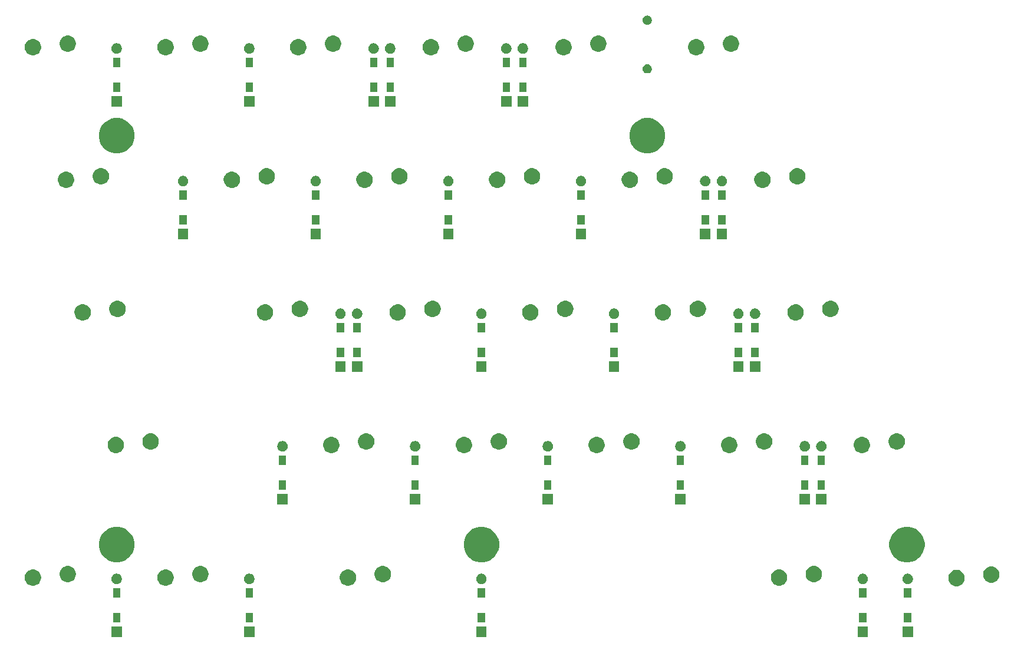
<source format=gbr>
G04 #@! TF.GenerationSoftware,KiCad,Pcbnew,(5.1.2-1)-1*
G04 #@! TF.CreationDate,2019-08-02T10:30:20+09:00*
G04 #@! TF.ProjectId,split-ask_left,73706c69-742d-4617-936b-5f6c6566742e,rev?*
G04 #@! TF.SameCoordinates,Original*
G04 #@! TF.FileFunction,Soldermask,Bot*
G04 #@! TF.FilePolarity,Negative*
%FSLAX46Y46*%
G04 Gerber Fmt 4.6, Leading zero omitted, Abs format (unit mm)*
G04 Created by KiCad (PCBNEW (5.1.2-1)-1) date 2019-08-02 10:30:20*
%MOMM*%
%LPD*%
G04 APERTURE LIST*
%ADD10C,0.100000*%
G04 APERTURE END LIST*
D10*
G36*
X157219500Y-114097500D02*
G01*
X155720500Y-114097500D01*
X155720500Y-112598500D01*
X157219500Y-112598500D01*
X157219500Y-114097500D01*
X157219500Y-114097500D01*
G37*
G36*
X150768500Y-114097500D02*
G01*
X149269500Y-114097500D01*
X149269500Y-112598500D01*
X150768500Y-112598500D01*
X150768500Y-114097500D01*
X150768500Y-114097500D01*
G37*
G36*
X95999500Y-114097500D02*
G01*
X94500500Y-114097500D01*
X94500500Y-112598500D01*
X95999500Y-112598500D01*
X95999500Y-114097500D01*
X95999500Y-114097500D01*
G37*
G36*
X62662000Y-114097500D02*
G01*
X61163000Y-114097500D01*
X61163000Y-112598500D01*
X62662000Y-112598500D01*
X62662000Y-114097500D01*
X62662000Y-114097500D01*
G37*
G36*
X43612000Y-114097500D02*
G01*
X42113000Y-114097500D01*
X42113000Y-112598500D01*
X43612000Y-112598500D01*
X43612000Y-114097500D01*
X43612000Y-114097500D01*
G37*
G36*
X156996000Y-112014000D02*
G01*
X155944000Y-112014000D01*
X155944000Y-110612000D01*
X156996000Y-110612000D01*
X156996000Y-112014000D01*
X156996000Y-112014000D01*
G37*
G36*
X150545000Y-112014000D02*
G01*
X149493000Y-112014000D01*
X149493000Y-110612000D01*
X150545000Y-110612000D01*
X150545000Y-112014000D01*
X150545000Y-112014000D01*
G37*
G36*
X95776000Y-112014000D02*
G01*
X94724000Y-112014000D01*
X94724000Y-110612000D01*
X95776000Y-110612000D01*
X95776000Y-112014000D01*
X95776000Y-112014000D01*
G37*
G36*
X62438500Y-112014000D02*
G01*
X61386500Y-112014000D01*
X61386500Y-110612000D01*
X62438500Y-110612000D01*
X62438500Y-112014000D01*
X62438500Y-112014000D01*
G37*
G36*
X43388500Y-112014000D02*
G01*
X42336500Y-112014000D01*
X42336500Y-110612000D01*
X43388500Y-110612000D01*
X43388500Y-112014000D01*
X43388500Y-112014000D01*
G37*
G36*
X156996000Y-108464000D02*
G01*
X155944000Y-108464000D01*
X155944000Y-107062000D01*
X156996000Y-107062000D01*
X156996000Y-108464000D01*
X156996000Y-108464000D01*
G37*
G36*
X150545000Y-108464000D02*
G01*
X149493000Y-108464000D01*
X149493000Y-107062000D01*
X150545000Y-107062000D01*
X150545000Y-108464000D01*
X150545000Y-108464000D01*
G37*
G36*
X95776000Y-108464000D02*
G01*
X94724000Y-108464000D01*
X94724000Y-107062000D01*
X95776000Y-107062000D01*
X95776000Y-108464000D01*
X95776000Y-108464000D01*
G37*
G36*
X62438500Y-108464000D02*
G01*
X61386500Y-108464000D01*
X61386500Y-107062000D01*
X62438500Y-107062000D01*
X62438500Y-108464000D01*
X62438500Y-108464000D01*
G37*
G36*
X43388500Y-108464000D02*
G01*
X42336500Y-108464000D01*
X42336500Y-107062000D01*
X43388500Y-107062000D01*
X43388500Y-108464000D01*
X43388500Y-108464000D01*
G37*
G36*
X163670560Y-104452064D02*
G01*
X163822027Y-104482193D01*
X164036045Y-104570842D01*
X164036046Y-104570843D01*
X164228654Y-104699539D01*
X164392461Y-104863346D01*
X164431768Y-104922174D01*
X164521158Y-105055955D01*
X164609807Y-105269973D01*
X164655000Y-105497174D01*
X164655000Y-105728826D01*
X164609807Y-105956027D01*
X164521158Y-106170045D01*
X164521157Y-106170046D01*
X164392461Y-106362654D01*
X164228654Y-106526461D01*
X164148292Y-106580157D01*
X164036045Y-106655158D01*
X163822027Y-106743807D01*
X163670560Y-106773936D01*
X163594827Y-106789000D01*
X163363173Y-106789000D01*
X163287440Y-106773936D01*
X163135973Y-106743807D01*
X162921955Y-106655158D01*
X162809708Y-106580157D01*
X162729346Y-106526461D01*
X162565539Y-106362654D01*
X162436843Y-106170046D01*
X162436842Y-106170045D01*
X162348193Y-105956027D01*
X162303000Y-105728826D01*
X162303000Y-105497174D01*
X162348193Y-105269973D01*
X162436842Y-105055955D01*
X162526232Y-104922174D01*
X162565539Y-104863346D01*
X162729346Y-104699539D01*
X162921954Y-104570843D01*
X162921955Y-104570842D01*
X163135973Y-104482193D01*
X163287440Y-104452064D01*
X163363173Y-104437000D01*
X163594827Y-104437000D01*
X163670560Y-104452064D01*
X163670560Y-104452064D01*
G37*
G36*
X138185560Y-104377064D02*
G01*
X138337027Y-104407193D01*
X138551045Y-104495842D01*
X138551046Y-104495843D01*
X138743654Y-104624539D01*
X138907461Y-104788346D01*
X138957573Y-104863344D01*
X139036158Y-104980955D01*
X139124807Y-105194973D01*
X139131541Y-105228827D01*
X139170000Y-105422173D01*
X139170000Y-105653827D01*
X139166774Y-105670045D01*
X139124807Y-105881027D01*
X139036158Y-106095045D01*
X139036157Y-106095046D01*
X138907461Y-106287654D01*
X138743654Y-106451461D01*
X138631411Y-106526459D01*
X138551045Y-106580158D01*
X138337027Y-106668807D01*
X138185560Y-106698936D01*
X138109827Y-106714000D01*
X137878173Y-106714000D01*
X137802440Y-106698936D01*
X137650973Y-106668807D01*
X137436955Y-106580158D01*
X137356589Y-106526459D01*
X137244346Y-106451461D01*
X137080539Y-106287654D01*
X136951843Y-106095046D01*
X136951842Y-106095045D01*
X136863193Y-105881027D01*
X136821226Y-105670045D01*
X136818000Y-105653827D01*
X136818000Y-105422173D01*
X136856459Y-105228827D01*
X136863193Y-105194973D01*
X136951842Y-104980955D01*
X137030427Y-104863344D01*
X137080539Y-104788346D01*
X137244346Y-104624539D01*
X137436954Y-104495843D01*
X137436955Y-104495842D01*
X137650973Y-104407193D01*
X137802440Y-104377064D01*
X137878173Y-104362000D01*
X138109827Y-104362000D01*
X138185560Y-104377064D01*
X138185560Y-104377064D01*
G37*
G36*
X76272760Y-104377064D02*
G01*
X76424227Y-104407193D01*
X76638245Y-104495842D01*
X76638246Y-104495843D01*
X76830854Y-104624539D01*
X76994661Y-104788346D01*
X77044773Y-104863344D01*
X77123358Y-104980955D01*
X77212007Y-105194973D01*
X77218741Y-105228827D01*
X77257200Y-105422173D01*
X77257200Y-105653827D01*
X77253974Y-105670045D01*
X77212007Y-105881027D01*
X77123358Y-106095045D01*
X77123357Y-106095046D01*
X76994661Y-106287654D01*
X76830854Y-106451461D01*
X76718611Y-106526459D01*
X76638245Y-106580158D01*
X76424227Y-106668807D01*
X76272760Y-106698936D01*
X76197027Y-106714000D01*
X75965373Y-106714000D01*
X75889640Y-106698936D01*
X75738173Y-106668807D01*
X75524155Y-106580158D01*
X75443789Y-106526459D01*
X75331546Y-106451461D01*
X75167739Y-106287654D01*
X75039043Y-106095046D01*
X75039042Y-106095045D01*
X74950393Y-105881027D01*
X74908426Y-105670045D01*
X74905200Y-105653827D01*
X74905200Y-105422173D01*
X74943659Y-105228827D01*
X74950393Y-105194973D01*
X75039042Y-104980955D01*
X75117627Y-104863344D01*
X75167739Y-104788346D01*
X75331546Y-104624539D01*
X75524154Y-104495843D01*
X75524155Y-104495842D01*
X75738173Y-104407193D01*
X75889640Y-104377064D01*
X75965373Y-104362000D01*
X76197027Y-104362000D01*
X76272760Y-104377064D01*
X76272760Y-104377064D01*
G37*
G36*
X50079060Y-104377064D02*
G01*
X50230527Y-104407193D01*
X50444545Y-104495842D01*
X50444546Y-104495843D01*
X50637154Y-104624539D01*
X50800961Y-104788346D01*
X50851073Y-104863344D01*
X50929658Y-104980955D01*
X51018307Y-105194973D01*
X51025041Y-105228827D01*
X51063500Y-105422173D01*
X51063500Y-105653827D01*
X51060274Y-105670045D01*
X51018307Y-105881027D01*
X50929658Y-106095045D01*
X50929657Y-106095046D01*
X50800961Y-106287654D01*
X50637154Y-106451461D01*
X50524911Y-106526459D01*
X50444545Y-106580158D01*
X50230527Y-106668807D01*
X50079060Y-106698936D01*
X50003327Y-106714000D01*
X49771673Y-106714000D01*
X49695940Y-106698936D01*
X49544473Y-106668807D01*
X49330455Y-106580158D01*
X49250089Y-106526459D01*
X49137846Y-106451461D01*
X48974039Y-106287654D01*
X48845343Y-106095046D01*
X48845342Y-106095045D01*
X48756693Y-105881027D01*
X48714726Y-105670045D01*
X48711500Y-105653827D01*
X48711500Y-105422173D01*
X48749959Y-105228827D01*
X48756693Y-105194973D01*
X48845342Y-104980955D01*
X48923927Y-104863344D01*
X48974039Y-104788346D01*
X49137846Y-104624539D01*
X49330454Y-104495843D01*
X49330455Y-104495842D01*
X49544473Y-104407193D01*
X49695940Y-104377064D01*
X49771673Y-104362000D01*
X50003327Y-104362000D01*
X50079060Y-104377064D01*
X50079060Y-104377064D01*
G37*
G36*
X31029060Y-104377064D02*
G01*
X31180527Y-104407193D01*
X31394545Y-104495842D01*
X31394546Y-104495843D01*
X31587154Y-104624539D01*
X31750961Y-104788346D01*
X31801073Y-104863344D01*
X31879658Y-104980955D01*
X31968307Y-105194973D01*
X31975041Y-105228827D01*
X32013500Y-105422173D01*
X32013500Y-105653827D01*
X32010274Y-105670045D01*
X31968307Y-105881027D01*
X31879658Y-106095045D01*
X31879657Y-106095046D01*
X31750961Y-106287654D01*
X31587154Y-106451461D01*
X31474911Y-106526459D01*
X31394545Y-106580158D01*
X31180527Y-106668807D01*
X31029060Y-106698936D01*
X30953327Y-106714000D01*
X30721673Y-106714000D01*
X30645940Y-106698936D01*
X30494473Y-106668807D01*
X30280455Y-106580158D01*
X30200089Y-106526459D01*
X30087846Y-106451461D01*
X29924039Y-106287654D01*
X29795343Y-106095046D01*
X29795342Y-106095045D01*
X29706693Y-105881027D01*
X29664726Y-105670045D01*
X29661500Y-105653827D01*
X29661500Y-105422173D01*
X29699959Y-105228827D01*
X29706693Y-105194973D01*
X29795342Y-104980955D01*
X29873927Y-104863344D01*
X29924039Y-104788346D01*
X30087846Y-104624539D01*
X30280454Y-104495843D01*
X30280455Y-104495842D01*
X30494473Y-104407193D01*
X30645940Y-104377064D01*
X30721673Y-104362000D01*
X30953327Y-104362000D01*
X31029060Y-104377064D01*
X31029060Y-104377064D01*
G37*
G36*
X150105162Y-104980955D02*
G01*
X150237621Y-105007302D01*
X150374022Y-105063801D01*
X150496779Y-105145825D01*
X150601175Y-105250221D01*
X150683199Y-105372978D01*
X150739698Y-105509379D01*
X150764401Y-105633575D01*
X150768430Y-105653826D01*
X150768500Y-105654181D01*
X150768500Y-105801819D01*
X150739698Y-105946621D01*
X150683199Y-106083022D01*
X150601175Y-106205779D01*
X150496779Y-106310175D01*
X150374022Y-106392199D01*
X150237621Y-106448698D01*
X150113425Y-106473401D01*
X150092820Y-106477500D01*
X149945180Y-106477500D01*
X149924575Y-106473401D01*
X149800379Y-106448698D01*
X149663978Y-106392199D01*
X149541221Y-106310175D01*
X149436825Y-106205779D01*
X149354801Y-106083022D01*
X149298302Y-105946621D01*
X149269500Y-105801819D01*
X149269500Y-105654181D01*
X149269571Y-105653826D01*
X149273599Y-105633575D01*
X149298302Y-105509379D01*
X149354801Y-105372978D01*
X149436825Y-105250221D01*
X149541221Y-105145825D01*
X149663978Y-105063801D01*
X149800379Y-105007302D01*
X149932838Y-104980955D01*
X149945180Y-104978500D01*
X150092820Y-104978500D01*
X150105162Y-104980955D01*
X150105162Y-104980955D01*
G37*
G36*
X156556162Y-104980955D02*
G01*
X156688621Y-105007302D01*
X156825022Y-105063801D01*
X156947779Y-105145825D01*
X157052175Y-105250221D01*
X157134199Y-105372978D01*
X157190698Y-105509379D01*
X157215401Y-105633575D01*
X157219430Y-105653826D01*
X157219500Y-105654181D01*
X157219500Y-105801819D01*
X157190698Y-105946621D01*
X157134199Y-106083022D01*
X157052175Y-106205779D01*
X156947779Y-106310175D01*
X156825022Y-106392199D01*
X156688621Y-106448698D01*
X156564425Y-106473401D01*
X156543820Y-106477500D01*
X156396180Y-106477500D01*
X156375575Y-106473401D01*
X156251379Y-106448698D01*
X156114978Y-106392199D01*
X155992221Y-106310175D01*
X155887825Y-106205779D01*
X155805801Y-106083022D01*
X155749302Y-105946621D01*
X155720500Y-105801819D01*
X155720500Y-105654181D01*
X155720571Y-105653826D01*
X155724599Y-105633575D01*
X155749302Y-105509379D01*
X155805801Y-105372978D01*
X155887825Y-105250221D01*
X155992221Y-105145825D01*
X156114978Y-105063801D01*
X156251379Y-105007302D01*
X156383838Y-104980955D01*
X156396180Y-104978500D01*
X156543820Y-104978500D01*
X156556162Y-104980955D01*
X156556162Y-104980955D01*
G37*
G36*
X95336162Y-104980955D02*
G01*
X95468621Y-105007302D01*
X95605022Y-105063801D01*
X95727779Y-105145825D01*
X95832175Y-105250221D01*
X95914199Y-105372978D01*
X95970698Y-105509379D01*
X95995401Y-105633575D01*
X95999430Y-105653826D01*
X95999500Y-105654181D01*
X95999500Y-105801819D01*
X95970698Y-105946621D01*
X95914199Y-106083022D01*
X95832175Y-106205779D01*
X95727779Y-106310175D01*
X95605022Y-106392199D01*
X95468621Y-106448698D01*
X95344425Y-106473401D01*
X95323820Y-106477500D01*
X95176180Y-106477500D01*
X95155575Y-106473401D01*
X95031379Y-106448698D01*
X94894978Y-106392199D01*
X94772221Y-106310175D01*
X94667825Y-106205779D01*
X94585801Y-106083022D01*
X94529302Y-105946621D01*
X94500500Y-105801819D01*
X94500500Y-105654181D01*
X94500571Y-105653826D01*
X94504599Y-105633575D01*
X94529302Y-105509379D01*
X94585801Y-105372978D01*
X94667825Y-105250221D01*
X94772221Y-105145825D01*
X94894978Y-105063801D01*
X95031379Y-105007302D01*
X95163838Y-104980955D01*
X95176180Y-104978500D01*
X95323820Y-104978500D01*
X95336162Y-104980955D01*
X95336162Y-104980955D01*
G37*
G36*
X61998662Y-104980955D02*
G01*
X62131121Y-105007302D01*
X62267522Y-105063801D01*
X62390279Y-105145825D01*
X62494675Y-105250221D01*
X62576699Y-105372978D01*
X62633198Y-105509379D01*
X62657901Y-105633575D01*
X62661930Y-105653826D01*
X62662000Y-105654181D01*
X62662000Y-105801819D01*
X62633198Y-105946621D01*
X62576699Y-106083022D01*
X62494675Y-106205779D01*
X62390279Y-106310175D01*
X62267522Y-106392199D01*
X62131121Y-106448698D01*
X62006925Y-106473401D01*
X61986320Y-106477500D01*
X61838680Y-106477500D01*
X61818075Y-106473401D01*
X61693879Y-106448698D01*
X61557478Y-106392199D01*
X61434721Y-106310175D01*
X61330325Y-106205779D01*
X61248301Y-106083022D01*
X61191802Y-105946621D01*
X61163000Y-105801819D01*
X61163000Y-105654181D01*
X61163071Y-105653826D01*
X61167099Y-105633575D01*
X61191802Y-105509379D01*
X61248301Y-105372978D01*
X61330325Y-105250221D01*
X61434721Y-105145825D01*
X61557478Y-105063801D01*
X61693879Y-105007302D01*
X61826338Y-104980955D01*
X61838680Y-104978500D01*
X61986320Y-104978500D01*
X61998662Y-104980955D01*
X61998662Y-104980955D01*
G37*
G36*
X42948662Y-104980955D02*
G01*
X43081121Y-105007302D01*
X43217522Y-105063801D01*
X43340279Y-105145825D01*
X43444675Y-105250221D01*
X43526699Y-105372978D01*
X43583198Y-105509379D01*
X43607901Y-105633575D01*
X43611930Y-105653826D01*
X43612000Y-105654181D01*
X43612000Y-105801819D01*
X43583198Y-105946621D01*
X43526699Y-106083022D01*
X43444675Y-106205779D01*
X43340279Y-106310175D01*
X43217522Y-106392199D01*
X43081121Y-106448698D01*
X42956925Y-106473401D01*
X42936320Y-106477500D01*
X42788680Y-106477500D01*
X42768075Y-106473401D01*
X42643879Y-106448698D01*
X42507478Y-106392199D01*
X42384721Y-106310175D01*
X42280325Y-106205779D01*
X42198301Y-106083022D01*
X42141802Y-105946621D01*
X42113000Y-105801819D01*
X42113000Y-105654181D01*
X42113071Y-105653826D01*
X42117099Y-105633575D01*
X42141802Y-105509379D01*
X42198301Y-105372978D01*
X42280325Y-105250221D01*
X42384721Y-105145825D01*
X42507478Y-105063801D01*
X42643879Y-105007302D01*
X42776338Y-104980955D01*
X42788680Y-104978500D01*
X42936320Y-104978500D01*
X42948662Y-104980955D01*
X42948662Y-104980955D01*
G37*
G36*
X168670560Y-103952064D02*
G01*
X168822027Y-103982193D01*
X169036045Y-104070842D01*
X169036046Y-104070843D01*
X169228654Y-104199539D01*
X169392461Y-104363346D01*
X169441675Y-104437000D01*
X169521158Y-104555955D01*
X169609807Y-104769973D01*
X169655000Y-104997174D01*
X169655000Y-105228826D01*
X169609807Y-105456027D01*
X169521158Y-105670045D01*
X169521157Y-105670046D01*
X169392461Y-105862654D01*
X169228654Y-106026461D01*
X169144004Y-106083022D01*
X169036045Y-106155158D01*
X168822027Y-106243807D01*
X168670560Y-106273936D01*
X168594827Y-106289000D01*
X168363173Y-106289000D01*
X168287440Y-106273936D01*
X168135973Y-106243807D01*
X167921955Y-106155158D01*
X167813996Y-106083022D01*
X167729346Y-106026461D01*
X167565539Y-105862654D01*
X167436843Y-105670046D01*
X167436842Y-105670045D01*
X167348193Y-105456027D01*
X167303000Y-105228826D01*
X167303000Y-104997174D01*
X167348193Y-104769973D01*
X167436842Y-104555955D01*
X167516325Y-104437000D01*
X167565539Y-104363346D01*
X167729346Y-104199539D01*
X167921954Y-104070843D01*
X167921955Y-104070842D01*
X168135973Y-103982193D01*
X168287440Y-103952064D01*
X168363173Y-103937000D01*
X168594827Y-103937000D01*
X168670560Y-103952064D01*
X168670560Y-103952064D01*
G37*
G36*
X143185560Y-103877064D02*
G01*
X143337027Y-103907193D01*
X143551045Y-103995842D01*
X143551046Y-103995843D01*
X143743654Y-104124539D01*
X143907461Y-104288346D01*
X143956675Y-104362000D01*
X144036158Y-104480955D01*
X144124807Y-104694973D01*
X144170000Y-104922174D01*
X144170000Y-105153826D01*
X144124807Y-105381027D01*
X144036158Y-105595045D01*
X144036157Y-105595046D01*
X143907461Y-105787654D01*
X143743654Y-105951461D01*
X143736823Y-105956025D01*
X143551045Y-106080158D01*
X143337027Y-106168807D01*
X143185560Y-106198936D01*
X143109827Y-106214000D01*
X142878173Y-106214000D01*
X142802440Y-106198936D01*
X142650973Y-106168807D01*
X142436955Y-106080158D01*
X142251177Y-105956025D01*
X142244346Y-105951461D01*
X142080539Y-105787654D01*
X141951843Y-105595046D01*
X141951842Y-105595045D01*
X141863193Y-105381027D01*
X141818000Y-105153826D01*
X141818000Y-104922174D01*
X141863193Y-104694973D01*
X141951842Y-104480955D01*
X142031325Y-104362000D01*
X142080539Y-104288346D01*
X142244346Y-104124539D01*
X142436954Y-103995843D01*
X142436955Y-103995842D01*
X142650973Y-103907193D01*
X142802440Y-103877064D01*
X142878173Y-103862000D01*
X143109827Y-103862000D01*
X143185560Y-103877064D01*
X143185560Y-103877064D01*
G37*
G36*
X81272760Y-103877064D02*
G01*
X81424227Y-103907193D01*
X81638245Y-103995842D01*
X81638246Y-103995843D01*
X81830854Y-104124539D01*
X81994661Y-104288346D01*
X82043875Y-104362000D01*
X82123358Y-104480955D01*
X82212007Y-104694973D01*
X82257200Y-104922174D01*
X82257200Y-105153826D01*
X82212007Y-105381027D01*
X82123358Y-105595045D01*
X82123357Y-105595046D01*
X81994661Y-105787654D01*
X81830854Y-105951461D01*
X81824023Y-105956025D01*
X81638245Y-106080158D01*
X81424227Y-106168807D01*
X81272760Y-106198936D01*
X81197027Y-106214000D01*
X80965373Y-106214000D01*
X80889640Y-106198936D01*
X80738173Y-106168807D01*
X80524155Y-106080158D01*
X80338377Y-105956025D01*
X80331546Y-105951461D01*
X80167739Y-105787654D01*
X80039043Y-105595046D01*
X80039042Y-105595045D01*
X79950393Y-105381027D01*
X79905200Y-105153826D01*
X79905200Y-104922174D01*
X79950393Y-104694973D01*
X80039042Y-104480955D01*
X80118525Y-104362000D01*
X80167739Y-104288346D01*
X80331546Y-104124539D01*
X80524154Y-103995843D01*
X80524155Y-103995842D01*
X80738173Y-103907193D01*
X80889640Y-103877064D01*
X80965373Y-103862000D01*
X81197027Y-103862000D01*
X81272760Y-103877064D01*
X81272760Y-103877064D01*
G37*
G36*
X55079060Y-103877064D02*
G01*
X55230527Y-103907193D01*
X55444545Y-103995842D01*
X55444546Y-103995843D01*
X55637154Y-104124539D01*
X55800961Y-104288346D01*
X55850175Y-104362000D01*
X55929658Y-104480955D01*
X56018307Y-104694973D01*
X56063500Y-104922174D01*
X56063500Y-105153826D01*
X56018307Y-105381027D01*
X55929658Y-105595045D01*
X55929657Y-105595046D01*
X55800961Y-105787654D01*
X55637154Y-105951461D01*
X55630323Y-105956025D01*
X55444545Y-106080158D01*
X55230527Y-106168807D01*
X55079060Y-106198936D01*
X55003327Y-106214000D01*
X54771673Y-106214000D01*
X54695940Y-106198936D01*
X54544473Y-106168807D01*
X54330455Y-106080158D01*
X54144677Y-105956025D01*
X54137846Y-105951461D01*
X53974039Y-105787654D01*
X53845343Y-105595046D01*
X53845342Y-105595045D01*
X53756693Y-105381027D01*
X53711500Y-105153826D01*
X53711500Y-104922174D01*
X53756693Y-104694973D01*
X53845342Y-104480955D01*
X53924825Y-104362000D01*
X53974039Y-104288346D01*
X54137846Y-104124539D01*
X54330454Y-103995843D01*
X54330455Y-103995842D01*
X54544473Y-103907193D01*
X54695940Y-103877064D01*
X54771673Y-103862000D01*
X55003327Y-103862000D01*
X55079060Y-103877064D01*
X55079060Y-103877064D01*
G37*
G36*
X36029060Y-103877064D02*
G01*
X36180527Y-103907193D01*
X36394545Y-103995842D01*
X36394546Y-103995843D01*
X36587154Y-104124539D01*
X36750961Y-104288346D01*
X36800175Y-104362000D01*
X36879658Y-104480955D01*
X36968307Y-104694973D01*
X37013500Y-104922174D01*
X37013500Y-105153826D01*
X36968307Y-105381027D01*
X36879658Y-105595045D01*
X36879657Y-105595046D01*
X36750961Y-105787654D01*
X36587154Y-105951461D01*
X36580323Y-105956025D01*
X36394545Y-106080158D01*
X36180527Y-106168807D01*
X36029060Y-106198936D01*
X35953327Y-106214000D01*
X35721673Y-106214000D01*
X35645940Y-106198936D01*
X35494473Y-106168807D01*
X35280455Y-106080158D01*
X35094677Y-105956025D01*
X35087846Y-105951461D01*
X34924039Y-105787654D01*
X34795343Y-105595046D01*
X34795342Y-105595045D01*
X34706693Y-105381027D01*
X34661500Y-105153826D01*
X34661500Y-104922174D01*
X34706693Y-104694973D01*
X34795342Y-104480955D01*
X34874825Y-104362000D01*
X34924039Y-104288346D01*
X35087846Y-104124539D01*
X35280454Y-103995843D01*
X35280455Y-103995842D01*
X35494473Y-103907193D01*
X35645940Y-103877064D01*
X35721673Y-103862000D01*
X35953327Y-103862000D01*
X36029060Y-103877064D01*
X36029060Y-103877064D01*
G37*
G36*
X95994098Y-98353033D02*
G01*
X96458350Y-98545332D01*
X96458352Y-98545333D01*
X96876168Y-98824509D01*
X97231491Y-99179832D01*
X97510667Y-99597648D01*
X97510668Y-99597650D01*
X97702967Y-100061902D01*
X97801000Y-100554747D01*
X97801000Y-101057253D01*
X97702967Y-101550098D01*
X97510668Y-102014350D01*
X97510667Y-102014352D01*
X97231491Y-102432168D01*
X96876168Y-102787491D01*
X96458352Y-103066667D01*
X96458351Y-103066668D01*
X96458350Y-103066668D01*
X95994098Y-103258967D01*
X95501253Y-103357000D01*
X94998747Y-103357000D01*
X94505902Y-103258967D01*
X94041650Y-103066668D01*
X94041649Y-103066668D01*
X94041648Y-103066667D01*
X93623832Y-102787491D01*
X93268509Y-102432168D01*
X92989333Y-102014352D01*
X92989332Y-102014350D01*
X92797033Y-101550098D01*
X92699000Y-101057253D01*
X92699000Y-100554747D01*
X92797033Y-100061902D01*
X92989332Y-99597650D01*
X92989333Y-99597648D01*
X93268509Y-99179832D01*
X93623832Y-98824509D01*
X94041648Y-98545333D01*
X94041650Y-98545332D01*
X94505902Y-98353033D01*
X94998747Y-98255000D01*
X95501253Y-98255000D01*
X95994098Y-98353033D01*
X95994098Y-98353033D01*
G37*
G36*
X157113098Y-98353033D02*
G01*
X157577350Y-98545332D01*
X157577352Y-98545333D01*
X157995168Y-98824509D01*
X158350491Y-99179832D01*
X158629667Y-99597648D01*
X158629668Y-99597650D01*
X158821967Y-100061902D01*
X158920000Y-100554747D01*
X158920000Y-101057253D01*
X158821967Y-101550098D01*
X158629668Y-102014350D01*
X158629667Y-102014352D01*
X158350491Y-102432168D01*
X157995168Y-102787491D01*
X157577352Y-103066667D01*
X157577351Y-103066668D01*
X157577350Y-103066668D01*
X157113098Y-103258967D01*
X156620253Y-103357000D01*
X156117747Y-103357000D01*
X155624902Y-103258967D01*
X155160650Y-103066668D01*
X155160649Y-103066668D01*
X155160648Y-103066667D01*
X154742832Y-102787491D01*
X154387509Y-102432168D01*
X154108333Y-102014352D01*
X154108332Y-102014350D01*
X153916033Y-101550098D01*
X153818000Y-101057253D01*
X153818000Y-100554747D01*
X153916033Y-100061902D01*
X154108332Y-99597650D01*
X154108333Y-99597648D01*
X154387509Y-99179832D01*
X154742832Y-98824509D01*
X155160648Y-98545333D01*
X155160650Y-98545332D01*
X155624902Y-98353033D01*
X156117747Y-98255000D01*
X156620253Y-98255000D01*
X157113098Y-98353033D01*
X157113098Y-98353033D01*
G37*
G36*
X43606598Y-98353033D02*
G01*
X44070850Y-98545332D01*
X44070852Y-98545333D01*
X44488668Y-98824509D01*
X44843991Y-99179832D01*
X45123167Y-99597648D01*
X45123168Y-99597650D01*
X45315467Y-100061902D01*
X45413500Y-100554747D01*
X45413500Y-101057253D01*
X45315467Y-101550098D01*
X45123168Y-102014350D01*
X45123167Y-102014352D01*
X44843991Y-102432168D01*
X44488668Y-102787491D01*
X44070852Y-103066667D01*
X44070851Y-103066668D01*
X44070850Y-103066668D01*
X43606598Y-103258967D01*
X43113753Y-103357000D01*
X42611247Y-103357000D01*
X42118402Y-103258967D01*
X41654150Y-103066668D01*
X41654149Y-103066668D01*
X41654148Y-103066667D01*
X41236332Y-102787491D01*
X40881009Y-102432168D01*
X40601833Y-102014352D01*
X40601832Y-102014350D01*
X40409533Y-101550098D01*
X40311500Y-101057253D01*
X40311500Y-100554747D01*
X40409533Y-100061902D01*
X40601832Y-99597650D01*
X40601833Y-99597648D01*
X40881009Y-99179832D01*
X41236332Y-98824509D01*
X41654148Y-98545333D01*
X41654150Y-98545332D01*
X42118402Y-98353033D01*
X42611247Y-98255000D01*
X43113753Y-98255000D01*
X43606598Y-98353033D01*
X43606598Y-98353033D01*
G37*
G36*
X67424500Y-95047000D02*
G01*
X65925500Y-95047000D01*
X65925500Y-93548000D01*
X67424500Y-93548000D01*
X67424500Y-95047000D01*
X67424500Y-95047000D01*
G37*
G36*
X86474500Y-95047000D02*
G01*
X84975500Y-95047000D01*
X84975500Y-93548000D01*
X86474500Y-93548000D01*
X86474500Y-95047000D01*
X86474500Y-95047000D01*
G37*
G36*
X105524500Y-95047000D02*
G01*
X104025500Y-95047000D01*
X104025500Y-93548000D01*
X105524500Y-93548000D01*
X105524500Y-95047000D01*
X105524500Y-95047000D01*
G37*
G36*
X124574500Y-95047000D02*
G01*
X123075500Y-95047000D01*
X123075500Y-93548000D01*
X124574500Y-93548000D01*
X124574500Y-95047000D01*
X124574500Y-95047000D01*
G37*
G36*
X142433500Y-95047000D02*
G01*
X140934500Y-95047000D01*
X140934500Y-93548000D01*
X142433500Y-93548000D01*
X142433500Y-95047000D01*
X142433500Y-95047000D01*
G37*
G36*
X144815500Y-95047000D02*
G01*
X143316500Y-95047000D01*
X143316500Y-93548000D01*
X144815500Y-93548000D01*
X144815500Y-95047000D01*
X144815500Y-95047000D01*
G37*
G36*
X124351000Y-92963500D02*
G01*
X123299000Y-92963500D01*
X123299000Y-91561500D01*
X124351000Y-91561500D01*
X124351000Y-92963500D01*
X124351000Y-92963500D01*
G37*
G36*
X67201000Y-92963500D02*
G01*
X66149000Y-92963500D01*
X66149000Y-91561500D01*
X67201000Y-91561500D01*
X67201000Y-92963500D01*
X67201000Y-92963500D01*
G37*
G36*
X86251000Y-92963500D02*
G01*
X85199000Y-92963500D01*
X85199000Y-91561500D01*
X86251000Y-91561500D01*
X86251000Y-92963500D01*
X86251000Y-92963500D01*
G37*
G36*
X105301000Y-92963500D02*
G01*
X104249000Y-92963500D01*
X104249000Y-91561500D01*
X105301000Y-91561500D01*
X105301000Y-92963500D01*
X105301000Y-92963500D01*
G37*
G36*
X142210000Y-92963500D02*
G01*
X141158000Y-92963500D01*
X141158000Y-91561500D01*
X142210000Y-91561500D01*
X142210000Y-92963500D01*
X142210000Y-92963500D01*
G37*
G36*
X144592000Y-92963500D02*
G01*
X143540000Y-92963500D01*
X143540000Y-91561500D01*
X144592000Y-91561500D01*
X144592000Y-92963500D01*
X144592000Y-92963500D01*
G37*
G36*
X142210000Y-89413500D02*
G01*
X141158000Y-89413500D01*
X141158000Y-88011500D01*
X142210000Y-88011500D01*
X142210000Y-89413500D01*
X142210000Y-89413500D01*
G37*
G36*
X124351000Y-89413500D02*
G01*
X123299000Y-89413500D01*
X123299000Y-88011500D01*
X124351000Y-88011500D01*
X124351000Y-89413500D01*
X124351000Y-89413500D01*
G37*
G36*
X144592000Y-89413500D02*
G01*
X143540000Y-89413500D01*
X143540000Y-88011500D01*
X144592000Y-88011500D01*
X144592000Y-89413500D01*
X144592000Y-89413500D01*
G37*
G36*
X67201000Y-89413500D02*
G01*
X66149000Y-89413500D01*
X66149000Y-88011500D01*
X67201000Y-88011500D01*
X67201000Y-89413500D01*
X67201000Y-89413500D01*
G37*
G36*
X86251000Y-89413500D02*
G01*
X85199000Y-89413500D01*
X85199000Y-88011500D01*
X86251000Y-88011500D01*
X86251000Y-89413500D01*
X86251000Y-89413500D01*
G37*
G36*
X105301000Y-89413500D02*
G01*
X104249000Y-89413500D01*
X104249000Y-88011500D01*
X105301000Y-88011500D01*
X105301000Y-89413500D01*
X105301000Y-89413500D01*
G37*
G36*
X150091560Y-85326564D02*
G01*
X150243027Y-85356693D01*
X150457045Y-85445342D01*
X150457046Y-85445343D01*
X150649654Y-85574039D01*
X150813461Y-85737846D01*
X150899258Y-85866251D01*
X150942158Y-85930455D01*
X151030807Y-86144473D01*
X151030807Y-86144475D01*
X151076000Y-86371673D01*
X151076000Y-86603327D01*
X151060936Y-86679060D01*
X151030807Y-86830527D01*
X150942158Y-87044545D01*
X150942157Y-87044546D01*
X150813461Y-87237154D01*
X150649654Y-87400961D01*
X150521249Y-87486758D01*
X150457045Y-87529658D01*
X150243027Y-87618307D01*
X150091560Y-87648436D01*
X150015827Y-87663500D01*
X149784173Y-87663500D01*
X149708440Y-87648436D01*
X149556973Y-87618307D01*
X149342955Y-87529658D01*
X149278751Y-87486758D01*
X149150346Y-87400961D01*
X148986539Y-87237154D01*
X148857843Y-87044546D01*
X148857842Y-87044545D01*
X148769193Y-86830527D01*
X148739064Y-86679060D01*
X148724000Y-86603327D01*
X148724000Y-86371673D01*
X148769193Y-86144475D01*
X148769193Y-86144473D01*
X148857842Y-85930455D01*
X148900742Y-85866251D01*
X148986539Y-85737846D01*
X149150346Y-85574039D01*
X149342954Y-85445343D01*
X149342955Y-85445342D01*
X149556973Y-85356693D01*
X149708440Y-85326564D01*
X149784173Y-85311500D01*
X150015827Y-85311500D01*
X150091560Y-85326564D01*
X150091560Y-85326564D01*
G37*
G36*
X131041560Y-85326564D02*
G01*
X131193027Y-85356693D01*
X131407045Y-85445342D01*
X131407046Y-85445343D01*
X131599654Y-85574039D01*
X131763461Y-85737846D01*
X131849258Y-85866251D01*
X131892158Y-85930455D01*
X131980807Y-86144473D01*
X131980807Y-86144475D01*
X132026000Y-86371673D01*
X132026000Y-86603327D01*
X132010936Y-86679060D01*
X131980807Y-86830527D01*
X131892158Y-87044545D01*
X131892157Y-87044546D01*
X131763461Y-87237154D01*
X131599654Y-87400961D01*
X131471249Y-87486758D01*
X131407045Y-87529658D01*
X131193027Y-87618307D01*
X131041560Y-87648436D01*
X130965827Y-87663500D01*
X130734173Y-87663500D01*
X130658440Y-87648436D01*
X130506973Y-87618307D01*
X130292955Y-87529658D01*
X130228751Y-87486758D01*
X130100346Y-87400961D01*
X129936539Y-87237154D01*
X129807843Y-87044546D01*
X129807842Y-87044545D01*
X129719193Y-86830527D01*
X129689064Y-86679060D01*
X129674000Y-86603327D01*
X129674000Y-86371673D01*
X129719193Y-86144475D01*
X129719193Y-86144473D01*
X129807842Y-85930455D01*
X129850742Y-85866251D01*
X129936539Y-85737846D01*
X130100346Y-85574039D01*
X130292954Y-85445343D01*
X130292955Y-85445342D01*
X130506973Y-85356693D01*
X130658440Y-85326564D01*
X130734173Y-85311500D01*
X130965827Y-85311500D01*
X131041560Y-85326564D01*
X131041560Y-85326564D01*
G37*
G36*
X111991560Y-85326564D02*
G01*
X112143027Y-85356693D01*
X112357045Y-85445342D01*
X112357046Y-85445343D01*
X112549654Y-85574039D01*
X112713461Y-85737846D01*
X112799258Y-85866251D01*
X112842158Y-85930455D01*
X112930807Y-86144473D01*
X112930807Y-86144475D01*
X112976000Y-86371673D01*
X112976000Y-86603327D01*
X112960936Y-86679060D01*
X112930807Y-86830527D01*
X112842158Y-87044545D01*
X112842157Y-87044546D01*
X112713461Y-87237154D01*
X112549654Y-87400961D01*
X112421249Y-87486758D01*
X112357045Y-87529658D01*
X112143027Y-87618307D01*
X111991560Y-87648436D01*
X111915827Y-87663500D01*
X111684173Y-87663500D01*
X111608440Y-87648436D01*
X111456973Y-87618307D01*
X111242955Y-87529658D01*
X111178751Y-87486758D01*
X111050346Y-87400961D01*
X110886539Y-87237154D01*
X110757843Y-87044546D01*
X110757842Y-87044545D01*
X110669193Y-86830527D01*
X110639064Y-86679060D01*
X110624000Y-86603327D01*
X110624000Y-86371673D01*
X110669193Y-86144475D01*
X110669193Y-86144473D01*
X110757842Y-85930455D01*
X110800742Y-85866251D01*
X110886539Y-85737846D01*
X111050346Y-85574039D01*
X111242954Y-85445343D01*
X111242955Y-85445342D01*
X111456973Y-85356693D01*
X111608440Y-85326564D01*
X111684173Y-85311500D01*
X111915827Y-85311500D01*
X111991560Y-85326564D01*
X111991560Y-85326564D01*
G37*
G36*
X92941560Y-85326564D02*
G01*
X93093027Y-85356693D01*
X93307045Y-85445342D01*
X93307046Y-85445343D01*
X93499654Y-85574039D01*
X93663461Y-85737846D01*
X93749258Y-85866251D01*
X93792158Y-85930455D01*
X93880807Y-86144473D01*
X93880807Y-86144475D01*
X93926000Y-86371673D01*
X93926000Y-86603327D01*
X93910936Y-86679060D01*
X93880807Y-86830527D01*
X93792158Y-87044545D01*
X93792157Y-87044546D01*
X93663461Y-87237154D01*
X93499654Y-87400961D01*
X93371249Y-87486758D01*
X93307045Y-87529658D01*
X93093027Y-87618307D01*
X92941560Y-87648436D01*
X92865827Y-87663500D01*
X92634173Y-87663500D01*
X92558440Y-87648436D01*
X92406973Y-87618307D01*
X92192955Y-87529658D01*
X92128751Y-87486758D01*
X92000346Y-87400961D01*
X91836539Y-87237154D01*
X91707843Y-87044546D01*
X91707842Y-87044545D01*
X91619193Y-86830527D01*
X91589064Y-86679060D01*
X91574000Y-86603327D01*
X91574000Y-86371673D01*
X91619193Y-86144475D01*
X91619193Y-86144473D01*
X91707842Y-85930455D01*
X91750742Y-85866251D01*
X91836539Y-85737846D01*
X92000346Y-85574039D01*
X92192954Y-85445343D01*
X92192955Y-85445342D01*
X92406973Y-85356693D01*
X92558440Y-85326564D01*
X92634173Y-85311500D01*
X92865827Y-85311500D01*
X92941560Y-85326564D01*
X92941560Y-85326564D01*
G37*
G36*
X73891560Y-85326564D02*
G01*
X74043027Y-85356693D01*
X74257045Y-85445342D01*
X74257046Y-85445343D01*
X74449654Y-85574039D01*
X74613461Y-85737846D01*
X74699258Y-85866251D01*
X74742158Y-85930455D01*
X74830807Y-86144473D01*
X74830807Y-86144475D01*
X74876000Y-86371673D01*
X74876000Y-86603327D01*
X74860936Y-86679060D01*
X74830807Y-86830527D01*
X74742158Y-87044545D01*
X74742157Y-87044546D01*
X74613461Y-87237154D01*
X74449654Y-87400961D01*
X74321249Y-87486758D01*
X74257045Y-87529658D01*
X74043027Y-87618307D01*
X73891560Y-87648436D01*
X73815827Y-87663500D01*
X73584173Y-87663500D01*
X73508440Y-87648436D01*
X73356973Y-87618307D01*
X73142955Y-87529658D01*
X73078751Y-87486758D01*
X72950346Y-87400961D01*
X72786539Y-87237154D01*
X72657843Y-87044546D01*
X72657842Y-87044545D01*
X72569193Y-86830527D01*
X72539064Y-86679060D01*
X72524000Y-86603327D01*
X72524000Y-86371673D01*
X72569193Y-86144475D01*
X72569193Y-86144473D01*
X72657842Y-85930455D01*
X72700742Y-85866251D01*
X72786539Y-85737846D01*
X72950346Y-85574039D01*
X73142954Y-85445343D01*
X73142955Y-85445342D01*
X73356973Y-85356693D01*
X73508440Y-85326564D01*
X73584173Y-85311500D01*
X73815827Y-85311500D01*
X73891560Y-85326564D01*
X73891560Y-85326564D01*
G37*
G36*
X42935360Y-85326564D02*
G01*
X43086827Y-85356693D01*
X43300845Y-85445342D01*
X43300846Y-85445343D01*
X43493454Y-85574039D01*
X43657261Y-85737846D01*
X43743058Y-85866251D01*
X43785958Y-85930455D01*
X43874607Y-86144473D01*
X43874607Y-86144475D01*
X43919800Y-86371673D01*
X43919800Y-86603327D01*
X43904736Y-86679060D01*
X43874607Y-86830527D01*
X43785958Y-87044545D01*
X43785957Y-87044546D01*
X43657261Y-87237154D01*
X43493454Y-87400961D01*
X43365049Y-87486758D01*
X43300845Y-87529658D01*
X43086827Y-87618307D01*
X42935360Y-87648436D01*
X42859627Y-87663500D01*
X42627973Y-87663500D01*
X42552240Y-87648436D01*
X42400773Y-87618307D01*
X42186755Y-87529658D01*
X42122551Y-87486758D01*
X41994146Y-87400961D01*
X41830339Y-87237154D01*
X41701643Y-87044546D01*
X41701642Y-87044545D01*
X41612993Y-86830527D01*
X41582864Y-86679060D01*
X41567800Y-86603327D01*
X41567800Y-86371673D01*
X41612993Y-86144475D01*
X41612993Y-86144473D01*
X41701642Y-85930455D01*
X41744542Y-85866251D01*
X41830339Y-85737846D01*
X41994146Y-85574039D01*
X42186754Y-85445343D01*
X42186755Y-85445342D01*
X42400773Y-85356693D01*
X42552240Y-85326564D01*
X42627973Y-85311500D01*
X42859627Y-85311500D01*
X42935360Y-85326564D01*
X42935360Y-85326564D01*
G37*
G36*
X85811162Y-85930455D02*
G01*
X85943621Y-85956802D01*
X86080022Y-86013301D01*
X86202779Y-86095325D01*
X86307175Y-86199721D01*
X86389199Y-86322478D01*
X86445698Y-86458879D01*
X86470401Y-86583075D01*
X86474430Y-86603326D01*
X86474500Y-86603681D01*
X86474500Y-86751319D01*
X86445698Y-86896121D01*
X86389199Y-87032522D01*
X86307175Y-87155279D01*
X86202779Y-87259675D01*
X86080022Y-87341699D01*
X85943621Y-87398198D01*
X85819425Y-87422901D01*
X85798820Y-87427000D01*
X85651180Y-87427000D01*
X85630575Y-87422901D01*
X85506379Y-87398198D01*
X85369978Y-87341699D01*
X85247221Y-87259675D01*
X85142825Y-87155279D01*
X85060801Y-87032522D01*
X85004302Y-86896121D01*
X84975500Y-86751319D01*
X84975500Y-86603681D01*
X84975571Y-86603326D01*
X84979599Y-86583075D01*
X85004302Y-86458879D01*
X85060801Y-86322478D01*
X85142825Y-86199721D01*
X85247221Y-86095325D01*
X85369978Y-86013301D01*
X85506379Y-85956802D01*
X85638838Y-85930455D01*
X85651180Y-85928000D01*
X85798820Y-85928000D01*
X85811162Y-85930455D01*
X85811162Y-85930455D01*
G37*
G36*
X104861162Y-85930455D02*
G01*
X104993621Y-85956802D01*
X105130022Y-86013301D01*
X105252779Y-86095325D01*
X105357175Y-86199721D01*
X105439199Y-86322478D01*
X105495698Y-86458879D01*
X105520401Y-86583075D01*
X105524430Y-86603326D01*
X105524500Y-86603681D01*
X105524500Y-86751319D01*
X105495698Y-86896121D01*
X105439199Y-87032522D01*
X105357175Y-87155279D01*
X105252779Y-87259675D01*
X105130022Y-87341699D01*
X104993621Y-87398198D01*
X104869425Y-87422901D01*
X104848820Y-87427000D01*
X104701180Y-87427000D01*
X104680575Y-87422901D01*
X104556379Y-87398198D01*
X104419978Y-87341699D01*
X104297221Y-87259675D01*
X104192825Y-87155279D01*
X104110801Y-87032522D01*
X104054302Y-86896121D01*
X104025500Y-86751319D01*
X104025500Y-86603681D01*
X104025571Y-86603326D01*
X104029599Y-86583075D01*
X104054302Y-86458879D01*
X104110801Y-86322478D01*
X104192825Y-86199721D01*
X104297221Y-86095325D01*
X104419978Y-86013301D01*
X104556379Y-85956802D01*
X104688838Y-85930455D01*
X104701180Y-85928000D01*
X104848820Y-85928000D01*
X104861162Y-85930455D01*
X104861162Y-85930455D01*
G37*
G36*
X66761162Y-85930455D02*
G01*
X66893621Y-85956802D01*
X67030022Y-86013301D01*
X67152779Y-86095325D01*
X67257175Y-86199721D01*
X67339199Y-86322478D01*
X67395698Y-86458879D01*
X67420401Y-86583075D01*
X67424430Y-86603326D01*
X67424500Y-86603681D01*
X67424500Y-86751319D01*
X67395698Y-86896121D01*
X67339199Y-87032522D01*
X67257175Y-87155279D01*
X67152779Y-87259675D01*
X67030022Y-87341699D01*
X66893621Y-87398198D01*
X66769425Y-87422901D01*
X66748820Y-87427000D01*
X66601180Y-87427000D01*
X66580575Y-87422901D01*
X66456379Y-87398198D01*
X66319978Y-87341699D01*
X66197221Y-87259675D01*
X66092825Y-87155279D01*
X66010801Y-87032522D01*
X65954302Y-86896121D01*
X65925500Y-86751319D01*
X65925500Y-86603681D01*
X65925571Y-86603326D01*
X65929599Y-86583075D01*
X65954302Y-86458879D01*
X66010801Y-86322478D01*
X66092825Y-86199721D01*
X66197221Y-86095325D01*
X66319978Y-86013301D01*
X66456379Y-85956802D01*
X66588838Y-85930455D01*
X66601180Y-85928000D01*
X66748820Y-85928000D01*
X66761162Y-85930455D01*
X66761162Y-85930455D01*
G37*
G36*
X123911162Y-85930455D02*
G01*
X124043621Y-85956802D01*
X124180022Y-86013301D01*
X124302779Y-86095325D01*
X124407175Y-86199721D01*
X124489199Y-86322478D01*
X124545698Y-86458879D01*
X124570401Y-86583075D01*
X124574430Y-86603326D01*
X124574500Y-86603681D01*
X124574500Y-86751319D01*
X124545698Y-86896121D01*
X124489199Y-87032522D01*
X124407175Y-87155279D01*
X124302779Y-87259675D01*
X124180022Y-87341699D01*
X124043621Y-87398198D01*
X123919425Y-87422901D01*
X123898820Y-87427000D01*
X123751180Y-87427000D01*
X123730575Y-87422901D01*
X123606379Y-87398198D01*
X123469978Y-87341699D01*
X123347221Y-87259675D01*
X123242825Y-87155279D01*
X123160801Y-87032522D01*
X123104302Y-86896121D01*
X123075500Y-86751319D01*
X123075500Y-86603681D01*
X123075571Y-86603326D01*
X123079599Y-86583075D01*
X123104302Y-86458879D01*
X123160801Y-86322478D01*
X123242825Y-86199721D01*
X123347221Y-86095325D01*
X123469978Y-86013301D01*
X123606379Y-85956802D01*
X123738838Y-85930455D01*
X123751180Y-85928000D01*
X123898820Y-85928000D01*
X123911162Y-85930455D01*
X123911162Y-85930455D01*
G37*
G36*
X144152162Y-85930455D02*
G01*
X144284621Y-85956802D01*
X144421022Y-86013301D01*
X144543779Y-86095325D01*
X144648175Y-86199721D01*
X144730199Y-86322478D01*
X144786698Y-86458879D01*
X144811401Y-86583075D01*
X144815430Y-86603326D01*
X144815500Y-86603681D01*
X144815500Y-86751319D01*
X144786698Y-86896121D01*
X144730199Y-87032522D01*
X144648175Y-87155279D01*
X144543779Y-87259675D01*
X144421022Y-87341699D01*
X144284621Y-87398198D01*
X144160425Y-87422901D01*
X144139820Y-87427000D01*
X143992180Y-87427000D01*
X143971575Y-87422901D01*
X143847379Y-87398198D01*
X143710978Y-87341699D01*
X143588221Y-87259675D01*
X143483825Y-87155279D01*
X143401801Y-87032522D01*
X143345302Y-86896121D01*
X143316500Y-86751319D01*
X143316500Y-86603681D01*
X143316571Y-86603326D01*
X143320599Y-86583075D01*
X143345302Y-86458879D01*
X143401801Y-86322478D01*
X143483825Y-86199721D01*
X143588221Y-86095325D01*
X143710978Y-86013301D01*
X143847379Y-85956802D01*
X143979838Y-85930455D01*
X143992180Y-85928000D01*
X144139820Y-85928000D01*
X144152162Y-85930455D01*
X144152162Y-85930455D01*
G37*
G36*
X141770162Y-85930455D02*
G01*
X141902621Y-85956802D01*
X142039022Y-86013301D01*
X142161779Y-86095325D01*
X142266175Y-86199721D01*
X142348199Y-86322478D01*
X142404698Y-86458879D01*
X142429401Y-86583075D01*
X142433430Y-86603326D01*
X142433500Y-86603681D01*
X142433500Y-86751319D01*
X142404698Y-86896121D01*
X142348199Y-87032522D01*
X142266175Y-87155279D01*
X142161779Y-87259675D01*
X142039022Y-87341699D01*
X141902621Y-87398198D01*
X141778425Y-87422901D01*
X141757820Y-87427000D01*
X141610180Y-87427000D01*
X141589575Y-87422901D01*
X141465379Y-87398198D01*
X141328978Y-87341699D01*
X141206221Y-87259675D01*
X141101825Y-87155279D01*
X141019801Y-87032522D01*
X140963302Y-86896121D01*
X140934500Y-86751319D01*
X140934500Y-86603681D01*
X140934571Y-86603326D01*
X140938599Y-86583075D01*
X140963302Y-86458879D01*
X141019801Y-86322478D01*
X141101825Y-86199721D01*
X141206221Y-86095325D01*
X141328978Y-86013301D01*
X141465379Y-85956802D01*
X141597838Y-85930455D01*
X141610180Y-85928000D01*
X141757820Y-85928000D01*
X141770162Y-85930455D01*
X141770162Y-85930455D01*
G37*
G36*
X155091560Y-84826564D02*
G01*
X155243027Y-84856693D01*
X155457045Y-84945342D01*
X155457046Y-84945343D01*
X155649654Y-85074039D01*
X155813461Y-85237846D01*
X155862675Y-85311500D01*
X155942158Y-85430455D01*
X156030807Y-85644473D01*
X156076000Y-85871674D01*
X156076000Y-86103326D01*
X156030807Y-86330527D01*
X155942158Y-86544545D01*
X155942157Y-86544546D01*
X155813461Y-86737154D01*
X155649654Y-86900961D01*
X155521249Y-86986758D01*
X155457045Y-87029658D01*
X155243027Y-87118307D01*
X155091560Y-87148436D01*
X155015827Y-87163500D01*
X154784173Y-87163500D01*
X154708440Y-87148436D01*
X154556973Y-87118307D01*
X154342955Y-87029658D01*
X154278751Y-86986758D01*
X154150346Y-86900961D01*
X153986539Y-86737154D01*
X153857843Y-86544546D01*
X153857842Y-86544545D01*
X153769193Y-86330527D01*
X153724000Y-86103326D01*
X153724000Y-85871674D01*
X153769193Y-85644473D01*
X153857842Y-85430455D01*
X153937325Y-85311500D01*
X153986539Y-85237846D01*
X154150346Y-85074039D01*
X154342954Y-84945343D01*
X154342955Y-84945342D01*
X154556973Y-84856693D01*
X154708440Y-84826564D01*
X154784173Y-84811500D01*
X155015827Y-84811500D01*
X155091560Y-84826564D01*
X155091560Y-84826564D01*
G37*
G36*
X136041560Y-84826564D02*
G01*
X136193027Y-84856693D01*
X136407045Y-84945342D01*
X136407046Y-84945343D01*
X136599654Y-85074039D01*
X136763461Y-85237846D01*
X136812675Y-85311500D01*
X136892158Y-85430455D01*
X136980807Y-85644473D01*
X137026000Y-85871674D01*
X137026000Y-86103326D01*
X136980807Y-86330527D01*
X136892158Y-86544545D01*
X136892157Y-86544546D01*
X136763461Y-86737154D01*
X136599654Y-86900961D01*
X136471249Y-86986758D01*
X136407045Y-87029658D01*
X136193027Y-87118307D01*
X136041560Y-87148436D01*
X135965827Y-87163500D01*
X135734173Y-87163500D01*
X135658440Y-87148436D01*
X135506973Y-87118307D01*
X135292955Y-87029658D01*
X135228751Y-86986758D01*
X135100346Y-86900961D01*
X134936539Y-86737154D01*
X134807843Y-86544546D01*
X134807842Y-86544545D01*
X134719193Y-86330527D01*
X134674000Y-86103326D01*
X134674000Y-85871674D01*
X134719193Y-85644473D01*
X134807842Y-85430455D01*
X134887325Y-85311500D01*
X134936539Y-85237846D01*
X135100346Y-85074039D01*
X135292954Y-84945343D01*
X135292955Y-84945342D01*
X135506973Y-84856693D01*
X135658440Y-84826564D01*
X135734173Y-84811500D01*
X135965827Y-84811500D01*
X136041560Y-84826564D01*
X136041560Y-84826564D01*
G37*
G36*
X47935360Y-84826564D02*
G01*
X48086827Y-84856693D01*
X48300845Y-84945342D01*
X48300846Y-84945343D01*
X48493454Y-85074039D01*
X48657261Y-85237846D01*
X48706475Y-85311500D01*
X48785958Y-85430455D01*
X48874607Y-85644473D01*
X48919800Y-85871674D01*
X48919800Y-86103326D01*
X48874607Y-86330527D01*
X48785958Y-86544545D01*
X48785957Y-86544546D01*
X48657261Y-86737154D01*
X48493454Y-86900961D01*
X48365049Y-86986758D01*
X48300845Y-87029658D01*
X48086827Y-87118307D01*
X47935360Y-87148436D01*
X47859627Y-87163500D01*
X47627973Y-87163500D01*
X47552240Y-87148436D01*
X47400773Y-87118307D01*
X47186755Y-87029658D01*
X47122551Y-86986758D01*
X46994146Y-86900961D01*
X46830339Y-86737154D01*
X46701643Y-86544546D01*
X46701642Y-86544545D01*
X46612993Y-86330527D01*
X46567800Y-86103326D01*
X46567800Y-85871674D01*
X46612993Y-85644473D01*
X46701642Y-85430455D01*
X46781125Y-85311500D01*
X46830339Y-85237846D01*
X46994146Y-85074039D01*
X47186754Y-84945343D01*
X47186755Y-84945342D01*
X47400773Y-84856693D01*
X47552240Y-84826564D01*
X47627973Y-84811500D01*
X47859627Y-84811500D01*
X47935360Y-84826564D01*
X47935360Y-84826564D01*
G37*
G36*
X78891560Y-84826564D02*
G01*
X79043027Y-84856693D01*
X79257045Y-84945342D01*
X79257046Y-84945343D01*
X79449654Y-85074039D01*
X79613461Y-85237846D01*
X79662675Y-85311500D01*
X79742158Y-85430455D01*
X79830807Y-85644473D01*
X79876000Y-85871674D01*
X79876000Y-86103326D01*
X79830807Y-86330527D01*
X79742158Y-86544545D01*
X79742157Y-86544546D01*
X79613461Y-86737154D01*
X79449654Y-86900961D01*
X79321249Y-86986758D01*
X79257045Y-87029658D01*
X79043027Y-87118307D01*
X78891560Y-87148436D01*
X78815827Y-87163500D01*
X78584173Y-87163500D01*
X78508440Y-87148436D01*
X78356973Y-87118307D01*
X78142955Y-87029658D01*
X78078751Y-86986758D01*
X77950346Y-86900961D01*
X77786539Y-86737154D01*
X77657843Y-86544546D01*
X77657842Y-86544545D01*
X77569193Y-86330527D01*
X77524000Y-86103326D01*
X77524000Y-85871674D01*
X77569193Y-85644473D01*
X77657842Y-85430455D01*
X77737325Y-85311500D01*
X77786539Y-85237846D01*
X77950346Y-85074039D01*
X78142954Y-84945343D01*
X78142955Y-84945342D01*
X78356973Y-84856693D01*
X78508440Y-84826564D01*
X78584173Y-84811500D01*
X78815827Y-84811500D01*
X78891560Y-84826564D01*
X78891560Y-84826564D01*
G37*
G36*
X116991560Y-84826564D02*
G01*
X117143027Y-84856693D01*
X117357045Y-84945342D01*
X117357046Y-84945343D01*
X117549654Y-85074039D01*
X117713461Y-85237846D01*
X117762675Y-85311500D01*
X117842158Y-85430455D01*
X117930807Y-85644473D01*
X117976000Y-85871674D01*
X117976000Y-86103326D01*
X117930807Y-86330527D01*
X117842158Y-86544545D01*
X117842157Y-86544546D01*
X117713461Y-86737154D01*
X117549654Y-86900961D01*
X117421249Y-86986758D01*
X117357045Y-87029658D01*
X117143027Y-87118307D01*
X116991560Y-87148436D01*
X116915827Y-87163500D01*
X116684173Y-87163500D01*
X116608440Y-87148436D01*
X116456973Y-87118307D01*
X116242955Y-87029658D01*
X116178751Y-86986758D01*
X116050346Y-86900961D01*
X115886539Y-86737154D01*
X115757843Y-86544546D01*
X115757842Y-86544545D01*
X115669193Y-86330527D01*
X115624000Y-86103326D01*
X115624000Y-85871674D01*
X115669193Y-85644473D01*
X115757842Y-85430455D01*
X115837325Y-85311500D01*
X115886539Y-85237846D01*
X116050346Y-85074039D01*
X116242954Y-84945343D01*
X116242955Y-84945342D01*
X116456973Y-84856693D01*
X116608440Y-84826564D01*
X116684173Y-84811500D01*
X116915827Y-84811500D01*
X116991560Y-84826564D01*
X116991560Y-84826564D01*
G37*
G36*
X97941560Y-84826564D02*
G01*
X98093027Y-84856693D01*
X98307045Y-84945342D01*
X98307046Y-84945343D01*
X98499654Y-85074039D01*
X98663461Y-85237846D01*
X98712675Y-85311500D01*
X98792158Y-85430455D01*
X98880807Y-85644473D01*
X98926000Y-85871674D01*
X98926000Y-86103326D01*
X98880807Y-86330527D01*
X98792158Y-86544545D01*
X98792157Y-86544546D01*
X98663461Y-86737154D01*
X98499654Y-86900961D01*
X98371249Y-86986758D01*
X98307045Y-87029658D01*
X98093027Y-87118307D01*
X97941560Y-87148436D01*
X97865827Y-87163500D01*
X97634173Y-87163500D01*
X97558440Y-87148436D01*
X97406973Y-87118307D01*
X97192955Y-87029658D01*
X97128751Y-86986758D01*
X97000346Y-86900961D01*
X96836539Y-86737154D01*
X96707843Y-86544546D01*
X96707842Y-86544545D01*
X96619193Y-86330527D01*
X96574000Y-86103326D01*
X96574000Y-85871674D01*
X96619193Y-85644473D01*
X96707842Y-85430455D01*
X96787325Y-85311500D01*
X96836539Y-85237846D01*
X97000346Y-85074039D01*
X97192954Y-84945343D01*
X97192955Y-84945342D01*
X97406973Y-84856693D01*
X97558440Y-84826564D01*
X97634173Y-84811500D01*
X97865827Y-84811500D01*
X97941560Y-84826564D01*
X97941560Y-84826564D01*
G37*
G36*
X132908500Y-75997000D02*
G01*
X131409500Y-75997000D01*
X131409500Y-74498000D01*
X132908500Y-74498000D01*
X132908500Y-75997000D01*
X132908500Y-75997000D01*
G37*
G36*
X135290500Y-75997000D02*
G01*
X133791500Y-75997000D01*
X133791500Y-74498000D01*
X135290500Y-74498000D01*
X135290500Y-75997000D01*
X135290500Y-75997000D01*
G37*
G36*
X115049500Y-75997000D02*
G01*
X113550500Y-75997000D01*
X113550500Y-74498000D01*
X115049500Y-74498000D01*
X115049500Y-75997000D01*
X115049500Y-75997000D01*
G37*
G36*
X95999500Y-75997000D02*
G01*
X94500500Y-75997000D01*
X94500500Y-74498000D01*
X95999500Y-74498000D01*
X95999500Y-75997000D01*
X95999500Y-75997000D01*
G37*
G36*
X78140100Y-75997000D02*
G01*
X76641100Y-75997000D01*
X76641100Y-74498000D01*
X78140100Y-74498000D01*
X78140100Y-75997000D01*
X78140100Y-75997000D01*
G37*
G36*
X75758900Y-75997000D02*
G01*
X74259900Y-75997000D01*
X74259900Y-74498000D01*
X75758900Y-74498000D01*
X75758900Y-75997000D01*
X75758900Y-75997000D01*
G37*
G36*
X132685000Y-73913500D02*
G01*
X131633000Y-73913500D01*
X131633000Y-72511500D01*
X132685000Y-72511500D01*
X132685000Y-73913500D01*
X132685000Y-73913500D01*
G37*
G36*
X135067000Y-73913500D02*
G01*
X134015000Y-73913500D01*
X134015000Y-72511500D01*
X135067000Y-72511500D01*
X135067000Y-73913500D01*
X135067000Y-73913500D01*
G37*
G36*
X75535400Y-73913500D02*
G01*
X74483400Y-73913500D01*
X74483400Y-72511500D01*
X75535400Y-72511500D01*
X75535400Y-73913500D01*
X75535400Y-73913500D01*
G37*
G36*
X114826000Y-73913500D02*
G01*
X113774000Y-73913500D01*
X113774000Y-72511500D01*
X114826000Y-72511500D01*
X114826000Y-73913500D01*
X114826000Y-73913500D01*
G37*
G36*
X77916600Y-73913500D02*
G01*
X76864600Y-73913500D01*
X76864600Y-72511500D01*
X77916600Y-72511500D01*
X77916600Y-73913500D01*
X77916600Y-73913500D01*
G37*
G36*
X95776000Y-73913500D02*
G01*
X94724000Y-73913500D01*
X94724000Y-72511500D01*
X95776000Y-72511500D01*
X95776000Y-73913500D01*
X95776000Y-73913500D01*
G37*
G36*
X77916600Y-70363500D02*
G01*
X76864600Y-70363500D01*
X76864600Y-68961500D01*
X77916600Y-68961500D01*
X77916600Y-70363500D01*
X77916600Y-70363500D01*
G37*
G36*
X95776000Y-70363500D02*
G01*
X94724000Y-70363500D01*
X94724000Y-68961500D01*
X95776000Y-68961500D01*
X95776000Y-70363500D01*
X95776000Y-70363500D01*
G37*
G36*
X135067000Y-70363500D02*
G01*
X134015000Y-70363500D01*
X134015000Y-68961500D01*
X135067000Y-68961500D01*
X135067000Y-70363500D01*
X135067000Y-70363500D01*
G37*
G36*
X114826000Y-70363500D02*
G01*
X113774000Y-70363500D01*
X113774000Y-68961500D01*
X114826000Y-68961500D01*
X114826000Y-70363500D01*
X114826000Y-70363500D01*
G37*
G36*
X75535400Y-70363500D02*
G01*
X74483400Y-70363500D01*
X74483400Y-68961500D01*
X75535400Y-68961500D01*
X75535400Y-70363500D01*
X75535400Y-70363500D01*
G37*
G36*
X132685000Y-70363500D02*
G01*
X131633000Y-70363500D01*
X131633000Y-68961500D01*
X132685000Y-68961500D01*
X132685000Y-70363500D01*
X132685000Y-70363500D01*
G37*
G36*
X140566560Y-66276564D02*
G01*
X140718027Y-66306693D01*
X140932045Y-66395342D01*
X140932046Y-66395343D01*
X141124654Y-66524039D01*
X141288461Y-66687846D01*
X141374258Y-66816251D01*
X141417158Y-66880455D01*
X141505807Y-67094473D01*
X141505807Y-67094475D01*
X141551000Y-67321673D01*
X141551000Y-67553327D01*
X141535936Y-67629060D01*
X141505807Y-67780527D01*
X141417158Y-67994545D01*
X141417157Y-67994546D01*
X141288461Y-68187154D01*
X141124654Y-68350961D01*
X140996249Y-68436758D01*
X140932045Y-68479658D01*
X140718027Y-68568307D01*
X140566560Y-68598436D01*
X140490827Y-68613500D01*
X140259173Y-68613500D01*
X140183440Y-68598436D01*
X140031973Y-68568307D01*
X139817955Y-68479658D01*
X139753751Y-68436758D01*
X139625346Y-68350961D01*
X139461539Y-68187154D01*
X139332843Y-67994546D01*
X139332842Y-67994545D01*
X139244193Y-67780527D01*
X139214064Y-67629060D01*
X139199000Y-67553327D01*
X139199000Y-67321673D01*
X139244193Y-67094475D01*
X139244193Y-67094473D01*
X139332842Y-66880455D01*
X139375742Y-66816251D01*
X139461539Y-66687846D01*
X139625346Y-66524039D01*
X139817954Y-66395343D01*
X139817955Y-66395342D01*
X140031973Y-66306693D01*
X140183440Y-66276564D01*
X140259173Y-66261500D01*
X140490827Y-66261500D01*
X140566560Y-66276564D01*
X140566560Y-66276564D01*
G37*
G36*
X121516560Y-66276564D02*
G01*
X121668027Y-66306693D01*
X121882045Y-66395342D01*
X121882046Y-66395343D01*
X122074654Y-66524039D01*
X122238461Y-66687846D01*
X122324258Y-66816251D01*
X122367158Y-66880455D01*
X122455807Y-67094473D01*
X122455807Y-67094475D01*
X122501000Y-67321673D01*
X122501000Y-67553327D01*
X122485936Y-67629060D01*
X122455807Y-67780527D01*
X122367158Y-67994545D01*
X122367157Y-67994546D01*
X122238461Y-68187154D01*
X122074654Y-68350961D01*
X121946249Y-68436758D01*
X121882045Y-68479658D01*
X121668027Y-68568307D01*
X121516560Y-68598436D01*
X121440827Y-68613500D01*
X121209173Y-68613500D01*
X121133440Y-68598436D01*
X120981973Y-68568307D01*
X120767955Y-68479658D01*
X120703751Y-68436758D01*
X120575346Y-68350961D01*
X120411539Y-68187154D01*
X120282843Y-67994546D01*
X120282842Y-67994545D01*
X120194193Y-67780527D01*
X120164064Y-67629060D01*
X120149000Y-67553327D01*
X120149000Y-67321673D01*
X120194193Y-67094475D01*
X120194193Y-67094473D01*
X120282842Y-66880455D01*
X120325742Y-66816251D01*
X120411539Y-66687846D01*
X120575346Y-66524039D01*
X120767954Y-66395343D01*
X120767955Y-66395342D01*
X120981973Y-66306693D01*
X121133440Y-66276564D01*
X121209173Y-66261500D01*
X121440827Y-66261500D01*
X121516560Y-66276564D01*
X121516560Y-66276564D01*
G37*
G36*
X102466560Y-66276564D02*
G01*
X102618027Y-66306693D01*
X102832045Y-66395342D01*
X102832046Y-66395343D01*
X103024654Y-66524039D01*
X103188461Y-66687846D01*
X103274258Y-66816251D01*
X103317158Y-66880455D01*
X103405807Y-67094473D01*
X103405807Y-67094475D01*
X103451000Y-67321673D01*
X103451000Y-67553327D01*
X103435936Y-67629060D01*
X103405807Y-67780527D01*
X103317158Y-67994545D01*
X103317157Y-67994546D01*
X103188461Y-68187154D01*
X103024654Y-68350961D01*
X102896249Y-68436758D01*
X102832045Y-68479658D01*
X102618027Y-68568307D01*
X102466560Y-68598436D01*
X102390827Y-68613500D01*
X102159173Y-68613500D01*
X102083440Y-68598436D01*
X101931973Y-68568307D01*
X101717955Y-68479658D01*
X101653751Y-68436758D01*
X101525346Y-68350961D01*
X101361539Y-68187154D01*
X101232843Y-67994546D01*
X101232842Y-67994545D01*
X101144193Y-67780527D01*
X101114064Y-67629060D01*
X101099000Y-67553327D01*
X101099000Y-67321673D01*
X101144193Y-67094475D01*
X101144193Y-67094473D01*
X101232842Y-66880455D01*
X101275742Y-66816251D01*
X101361539Y-66687846D01*
X101525346Y-66524039D01*
X101717954Y-66395343D01*
X101717955Y-66395342D01*
X101931973Y-66306693D01*
X102083440Y-66276564D01*
X102159173Y-66261500D01*
X102390827Y-66261500D01*
X102466560Y-66276564D01*
X102466560Y-66276564D01*
G37*
G36*
X83416560Y-66276564D02*
G01*
X83568027Y-66306693D01*
X83782045Y-66395342D01*
X83782046Y-66395343D01*
X83974654Y-66524039D01*
X84138461Y-66687846D01*
X84224258Y-66816251D01*
X84267158Y-66880455D01*
X84355807Y-67094473D01*
X84355807Y-67094475D01*
X84401000Y-67321673D01*
X84401000Y-67553327D01*
X84385936Y-67629060D01*
X84355807Y-67780527D01*
X84267158Y-67994545D01*
X84267157Y-67994546D01*
X84138461Y-68187154D01*
X83974654Y-68350961D01*
X83846249Y-68436758D01*
X83782045Y-68479658D01*
X83568027Y-68568307D01*
X83416560Y-68598436D01*
X83340827Y-68613500D01*
X83109173Y-68613500D01*
X83033440Y-68598436D01*
X82881973Y-68568307D01*
X82667955Y-68479658D01*
X82603751Y-68436758D01*
X82475346Y-68350961D01*
X82311539Y-68187154D01*
X82182843Y-67994546D01*
X82182842Y-67994545D01*
X82094193Y-67780527D01*
X82064064Y-67629060D01*
X82049000Y-67553327D01*
X82049000Y-67321673D01*
X82094193Y-67094475D01*
X82094193Y-67094473D01*
X82182842Y-66880455D01*
X82225742Y-66816251D01*
X82311539Y-66687846D01*
X82475346Y-66524039D01*
X82667954Y-66395343D01*
X82667955Y-66395342D01*
X82881973Y-66306693D01*
X83033440Y-66276564D01*
X83109173Y-66261500D01*
X83340827Y-66261500D01*
X83416560Y-66276564D01*
X83416560Y-66276564D01*
G37*
G36*
X64366560Y-66276564D02*
G01*
X64518027Y-66306693D01*
X64732045Y-66395342D01*
X64732046Y-66395343D01*
X64924654Y-66524039D01*
X65088461Y-66687846D01*
X65174258Y-66816251D01*
X65217158Y-66880455D01*
X65305807Y-67094473D01*
X65305807Y-67094475D01*
X65351000Y-67321673D01*
X65351000Y-67553327D01*
X65335936Y-67629060D01*
X65305807Y-67780527D01*
X65217158Y-67994545D01*
X65217157Y-67994546D01*
X65088461Y-68187154D01*
X64924654Y-68350961D01*
X64796249Y-68436758D01*
X64732045Y-68479658D01*
X64518027Y-68568307D01*
X64366560Y-68598436D01*
X64290827Y-68613500D01*
X64059173Y-68613500D01*
X63983440Y-68598436D01*
X63831973Y-68568307D01*
X63617955Y-68479658D01*
X63553751Y-68436758D01*
X63425346Y-68350961D01*
X63261539Y-68187154D01*
X63132843Y-67994546D01*
X63132842Y-67994545D01*
X63044193Y-67780527D01*
X63014064Y-67629060D01*
X62999000Y-67553327D01*
X62999000Y-67321673D01*
X63044193Y-67094475D01*
X63044193Y-67094473D01*
X63132842Y-66880455D01*
X63175742Y-66816251D01*
X63261539Y-66687846D01*
X63425346Y-66524039D01*
X63617954Y-66395343D01*
X63617955Y-66395342D01*
X63831973Y-66306693D01*
X63983440Y-66276564D01*
X64059173Y-66261500D01*
X64290827Y-66261500D01*
X64366560Y-66276564D01*
X64366560Y-66276564D01*
G37*
G36*
X38172760Y-66276564D02*
G01*
X38324227Y-66306693D01*
X38538245Y-66395342D01*
X38538246Y-66395343D01*
X38730854Y-66524039D01*
X38894661Y-66687846D01*
X38980458Y-66816251D01*
X39023358Y-66880455D01*
X39112007Y-67094473D01*
X39112007Y-67094475D01*
X39157200Y-67321673D01*
X39157200Y-67553327D01*
X39142136Y-67629060D01*
X39112007Y-67780527D01*
X39023358Y-67994545D01*
X39023357Y-67994546D01*
X38894661Y-68187154D01*
X38730854Y-68350961D01*
X38602449Y-68436758D01*
X38538245Y-68479658D01*
X38324227Y-68568307D01*
X38172760Y-68598436D01*
X38097027Y-68613500D01*
X37865373Y-68613500D01*
X37789640Y-68598436D01*
X37638173Y-68568307D01*
X37424155Y-68479658D01*
X37359951Y-68436758D01*
X37231546Y-68350961D01*
X37067739Y-68187154D01*
X36939043Y-67994546D01*
X36939042Y-67994545D01*
X36850393Y-67780527D01*
X36820264Y-67629060D01*
X36805200Y-67553327D01*
X36805200Y-67321673D01*
X36850393Y-67094475D01*
X36850393Y-67094473D01*
X36939042Y-66880455D01*
X36981942Y-66816251D01*
X37067739Y-66687846D01*
X37231546Y-66524039D01*
X37424154Y-66395343D01*
X37424155Y-66395342D01*
X37638173Y-66306693D01*
X37789640Y-66276564D01*
X37865373Y-66261500D01*
X38097027Y-66261500D01*
X38172760Y-66276564D01*
X38172760Y-66276564D01*
G37*
G36*
X75095562Y-66880455D02*
G01*
X75228021Y-66906802D01*
X75364422Y-66963301D01*
X75487179Y-67045325D01*
X75591575Y-67149721D01*
X75673599Y-67272478D01*
X75730098Y-67408879D01*
X75754801Y-67533075D01*
X75758830Y-67553326D01*
X75758900Y-67553681D01*
X75758900Y-67701319D01*
X75730098Y-67846121D01*
X75673599Y-67982522D01*
X75591575Y-68105279D01*
X75487179Y-68209675D01*
X75364422Y-68291699D01*
X75228021Y-68348198D01*
X75103825Y-68372901D01*
X75083220Y-68377000D01*
X74935580Y-68377000D01*
X74914975Y-68372901D01*
X74790779Y-68348198D01*
X74654378Y-68291699D01*
X74531621Y-68209675D01*
X74427225Y-68105279D01*
X74345201Y-67982522D01*
X74288702Y-67846121D01*
X74259900Y-67701319D01*
X74259900Y-67553681D01*
X74259971Y-67553326D01*
X74263999Y-67533075D01*
X74288702Y-67408879D01*
X74345201Y-67272478D01*
X74427225Y-67149721D01*
X74531621Y-67045325D01*
X74654378Y-66963301D01*
X74790779Y-66906802D01*
X74923238Y-66880455D01*
X74935580Y-66878000D01*
X75083220Y-66878000D01*
X75095562Y-66880455D01*
X75095562Y-66880455D01*
G37*
G36*
X77476762Y-66880455D02*
G01*
X77609221Y-66906802D01*
X77745622Y-66963301D01*
X77868379Y-67045325D01*
X77972775Y-67149721D01*
X78054799Y-67272478D01*
X78111298Y-67408879D01*
X78136001Y-67533075D01*
X78140030Y-67553326D01*
X78140100Y-67553681D01*
X78140100Y-67701319D01*
X78111298Y-67846121D01*
X78054799Y-67982522D01*
X77972775Y-68105279D01*
X77868379Y-68209675D01*
X77745622Y-68291699D01*
X77609221Y-68348198D01*
X77485025Y-68372901D01*
X77464420Y-68377000D01*
X77316780Y-68377000D01*
X77296175Y-68372901D01*
X77171979Y-68348198D01*
X77035578Y-68291699D01*
X76912821Y-68209675D01*
X76808425Y-68105279D01*
X76726401Y-67982522D01*
X76669902Y-67846121D01*
X76641100Y-67701319D01*
X76641100Y-67553681D01*
X76641171Y-67553326D01*
X76645199Y-67533075D01*
X76669902Y-67408879D01*
X76726401Y-67272478D01*
X76808425Y-67149721D01*
X76912821Y-67045325D01*
X77035578Y-66963301D01*
X77171979Y-66906802D01*
X77304438Y-66880455D01*
X77316780Y-66878000D01*
X77464420Y-66878000D01*
X77476762Y-66880455D01*
X77476762Y-66880455D01*
G37*
G36*
X114386162Y-66880455D02*
G01*
X114518621Y-66906802D01*
X114655022Y-66963301D01*
X114777779Y-67045325D01*
X114882175Y-67149721D01*
X114964199Y-67272478D01*
X115020698Y-67408879D01*
X115045401Y-67533075D01*
X115049430Y-67553326D01*
X115049500Y-67553681D01*
X115049500Y-67701319D01*
X115020698Y-67846121D01*
X114964199Y-67982522D01*
X114882175Y-68105279D01*
X114777779Y-68209675D01*
X114655022Y-68291699D01*
X114518621Y-68348198D01*
X114394425Y-68372901D01*
X114373820Y-68377000D01*
X114226180Y-68377000D01*
X114205575Y-68372901D01*
X114081379Y-68348198D01*
X113944978Y-68291699D01*
X113822221Y-68209675D01*
X113717825Y-68105279D01*
X113635801Y-67982522D01*
X113579302Y-67846121D01*
X113550500Y-67701319D01*
X113550500Y-67553681D01*
X113550571Y-67553326D01*
X113554599Y-67533075D01*
X113579302Y-67408879D01*
X113635801Y-67272478D01*
X113717825Y-67149721D01*
X113822221Y-67045325D01*
X113944978Y-66963301D01*
X114081379Y-66906802D01*
X114213838Y-66880455D01*
X114226180Y-66878000D01*
X114373820Y-66878000D01*
X114386162Y-66880455D01*
X114386162Y-66880455D01*
G37*
G36*
X132245162Y-66880455D02*
G01*
X132377621Y-66906802D01*
X132514022Y-66963301D01*
X132636779Y-67045325D01*
X132741175Y-67149721D01*
X132823199Y-67272478D01*
X132879698Y-67408879D01*
X132904401Y-67533075D01*
X132908430Y-67553326D01*
X132908500Y-67553681D01*
X132908500Y-67701319D01*
X132879698Y-67846121D01*
X132823199Y-67982522D01*
X132741175Y-68105279D01*
X132636779Y-68209675D01*
X132514022Y-68291699D01*
X132377621Y-68348198D01*
X132253425Y-68372901D01*
X132232820Y-68377000D01*
X132085180Y-68377000D01*
X132064575Y-68372901D01*
X131940379Y-68348198D01*
X131803978Y-68291699D01*
X131681221Y-68209675D01*
X131576825Y-68105279D01*
X131494801Y-67982522D01*
X131438302Y-67846121D01*
X131409500Y-67701319D01*
X131409500Y-67553681D01*
X131409571Y-67553326D01*
X131413599Y-67533075D01*
X131438302Y-67408879D01*
X131494801Y-67272478D01*
X131576825Y-67149721D01*
X131681221Y-67045325D01*
X131803978Y-66963301D01*
X131940379Y-66906802D01*
X132072838Y-66880455D01*
X132085180Y-66878000D01*
X132232820Y-66878000D01*
X132245162Y-66880455D01*
X132245162Y-66880455D01*
G37*
G36*
X134627162Y-66880455D02*
G01*
X134759621Y-66906802D01*
X134896022Y-66963301D01*
X135018779Y-67045325D01*
X135123175Y-67149721D01*
X135205199Y-67272478D01*
X135261698Y-67408879D01*
X135286401Y-67533075D01*
X135290430Y-67553326D01*
X135290500Y-67553681D01*
X135290500Y-67701319D01*
X135261698Y-67846121D01*
X135205199Y-67982522D01*
X135123175Y-68105279D01*
X135018779Y-68209675D01*
X134896022Y-68291699D01*
X134759621Y-68348198D01*
X134635425Y-68372901D01*
X134614820Y-68377000D01*
X134467180Y-68377000D01*
X134446575Y-68372901D01*
X134322379Y-68348198D01*
X134185978Y-68291699D01*
X134063221Y-68209675D01*
X133958825Y-68105279D01*
X133876801Y-67982522D01*
X133820302Y-67846121D01*
X133791500Y-67701319D01*
X133791500Y-67553681D01*
X133791571Y-67553326D01*
X133795599Y-67533075D01*
X133820302Y-67408879D01*
X133876801Y-67272478D01*
X133958825Y-67149721D01*
X134063221Y-67045325D01*
X134185978Y-66963301D01*
X134322379Y-66906802D01*
X134454838Y-66880455D01*
X134467180Y-66878000D01*
X134614820Y-66878000D01*
X134627162Y-66880455D01*
X134627162Y-66880455D01*
G37*
G36*
X95336162Y-66880455D02*
G01*
X95468621Y-66906802D01*
X95605022Y-66963301D01*
X95727779Y-67045325D01*
X95832175Y-67149721D01*
X95914199Y-67272478D01*
X95970698Y-67408879D01*
X95995401Y-67533075D01*
X95999430Y-67553326D01*
X95999500Y-67553681D01*
X95999500Y-67701319D01*
X95970698Y-67846121D01*
X95914199Y-67982522D01*
X95832175Y-68105279D01*
X95727779Y-68209675D01*
X95605022Y-68291699D01*
X95468621Y-68348198D01*
X95344425Y-68372901D01*
X95323820Y-68377000D01*
X95176180Y-68377000D01*
X95155575Y-68372901D01*
X95031379Y-68348198D01*
X94894978Y-68291699D01*
X94772221Y-68209675D01*
X94667825Y-68105279D01*
X94585801Y-67982522D01*
X94529302Y-67846121D01*
X94500500Y-67701319D01*
X94500500Y-67553681D01*
X94500571Y-67553326D01*
X94504599Y-67533075D01*
X94529302Y-67408879D01*
X94585801Y-67272478D01*
X94667825Y-67149721D01*
X94772221Y-67045325D01*
X94894978Y-66963301D01*
X95031379Y-66906802D01*
X95163838Y-66880455D01*
X95176180Y-66878000D01*
X95323820Y-66878000D01*
X95336162Y-66880455D01*
X95336162Y-66880455D01*
G37*
G36*
X43172760Y-65776564D02*
G01*
X43324227Y-65806693D01*
X43538245Y-65895342D01*
X43538246Y-65895343D01*
X43730854Y-66024039D01*
X43894661Y-66187846D01*
X43943875Y-66261500D01*
X44023358Y-66380455D01*
X44112007Y-66594473D01*
X44157200Y-66821674D01*
X44157200Y-67053326D01*
X44112007Y-67280527D01*
X44023358Y-67494545D01*
X44023357Y-67494546D01*
X43894661Y-67687154D01*
X43730854Y-67850961D01*
X43602449Y-67936758D01*
X43538245Y-67979658D01*
X43324227Y-68068307D01*
X43172760Y-68098436D01*
X43097027Y-68113500D01*
X42865373Y-68113500D01*
X42789640Y-68098436D01*
X42638173Y-68068307D01*
X42424155Y-67979658D01*
X42359951Y-67936758D01*
X42231546Y-67850961D01*
X42067739Y-67687154D01*
X41939043Y-67494546D01*
X41939042Y-67494545D01*
X41850393Y-67280527D01*
X41805200Y-67053326D01*
X41805200Y-66821674D01*
X41850393Y-66594473D01*
X41939042Y-66380455D01*
X42018525Y-66261500D01*
X42067739Y-66187846D01*
X42231546Y-66024039D01*
X42424154Y-65895343D01*
X42424155Y-65895342D01*
X42638173Y-65806693D01*
X42789640Y-65776564D01*
X42865373Y-65761500D01*
X43097027Y-65761500D01*
X43172760Y-65776564D01*
X43172760Y-65776564D01*
G37*
G36*
X145566560Y-65776564D02*
G01*
X145718027Y-65806693D01*
X145932045Y-65895342D01*
X145932046Y-65895343D01*
X146124654Y-66024039D01*
X146288461Y-66187846D01*
X146337675Y-66261500D01*
X146417158Y-66380455D01*
X146505807Y-66594473D01*
X146551000Y-66821674D01*
X146551000Y-67053326D01*
X146505807Y-67280527D01*
X146417158Y-67494545D01*
X146417157Y-67494546D01*
X146288461Y-67687154D01*
X146124654Y-67850961D01*
X145996249Y-67936758D01*
X145932045Y-67979658D01*
X145718027Y-68068307D01*
X145566560Y-68098436D01*
X145490827Y-68113500D01*
X145259173Y-68113500D01*
X145183440Y-68098436D01*
X145031973Y-68068307D01*
X144817955Y-67979658D01*
X144753751Y-67936758D01*
X144625346Y-67850961D01*
X144461539Y-67687154D01*
X144332843Y-67494546D01*
X144332842Y-67494545D01*
X144244193Y-67280527D01*
X144199000Y-67053326D01*
X144199000Y-66821674D01*
X144244193Y-66594473D01*
X144332842Y-66380455D01*
X144412325Y-66261500D01*
X144461539Y-66187846D01*
X144625346Y-66024039D01*
X144817954Y-65895343D01*
X144817955Y-65895342D01*
X145031973Y-65806693D01*
X145183440Y-65776564D01*
X145259173Y-65761500D01*
X145490827Y-65761500D01*
X145566560Y-65776564D01*
X145566560Y-65776564D01*
G37*
G36*
X126516560Y-65776564D02*
G01*
X126668027Y-65806693D01*
X126882045Y-65895342D01*
X126882046Y-65895343D01*
X127074654Y-66024039D01*
X127238461Y-66187846D01*
X127287675Y-66261500D01*
X127367158Y-66380455D01*
X127455807Y-66594473D01*
X127501000Y-66821674D01*
X127501000Y-67053326D01*
X127455807Y-67280527D01*
X127367158Y-67494545D01*
X127367157Y-67494546D01*
X127238461Y-67687154D01*
X127074654Y-67850961D01*
X126946249Y-67936758D01*
X126882045Y-67979658D01*
X126668027Y-68068307D01*
X126516560Y-68098436D01*
X126440827Y-68113500D01*
X126209173Y-68113500D01*
X126133440Y-68098436D01*
X125981973Y-68068307D01*
X125767955Y-67979658D01*
X125703751Y-67936758D01*
X125575346Y-67850961D01*
X125411539Y-67687154D01*
X125282843Y-67494546D01*
X125282842Y-67494545D01*
X125194193Y-67280527D01*
X125149000Y-67053326D01*
X125149000Y-66821674D01*
X125194193Y-66594473D01*
X125282842Y-66380455D01*
X125362325Y-66261500D01*
X125411539Y-66187846D01*
X125575346Y-66024039D01*
X125767954Y-65895343D01*
X125767955Y-65895342D01*
X125981973Y-65806693D01*
X126133440Y-65776564D01*
X126209173Y-65761500D01*
X126440827Y-65761500D01*
X126516560Y-65776564D01*
X126516560Y-65776564D01*
G37*
G36*
X107466560Y-65776564D02*
G01*
X107618027Y-65806693D01*
X107832045Y-65895342D01*
X107832046Y-65895343D01*
X108024654Y-66024039D01*
X108188461Y-66187846D01*
X108237675Y-66261500D01*
X108317158Y-66380455D01*
X108405807Y-66594473D01*
X108451000Y-66821674D01*
X108451000Y-67053326D01*
X108405807Y-67280527D01*
X108317158Y-67494545D01*
X108317157Y-67494546D01*
X108188461Y-67687154D01*
X108024654Y-67850961D01*
X107896249Y-67936758D01*
X107832045Y-67979658D01*
X107618027Y-68068307D01*
X107466560Y-68098436D01*
X107390827Y-68113500D01*
X107159173Y-68113500D01*
X107083440Y-68098436D01*
X106931973Y-68068307D01*
X106717955Y-67979658D01*
X106653751Y-67936758D01*
X106525346Y-67850961D01*
X106361539Y-67687154D01*
X106232843Y-67494546D01*
X106232842Y-67494545D01*
X106144193Y-67280527D01*
X106099000Y-67053326D01*
X106099000Y-66821674D01*
X106144193Y-66594473D01*
X106232842Y-66380455D01*
X106312325Y-66261500D01*
X106361539Y-66187846D01*
X106525346Y-66024039D01*
X106717954Y-65895343D01*
X106717955Y-65895342D01*
X106931973Y-65806693D01*
X107083440Y-65776564D01*
X107159173Y-65761500D01*
X107390827Y-65761500D01*
X107466560Y-65776564D01*
X107466560Y-65776564D01*
G37*
G36*
X88416560Y-65776564D02*
G01*
X88568027Y-65806693D01*
X88782045Y-65895342D01*
X88782046Y-65895343D01*
X88974654Y-66024039D01*
X89138461Y-66187846D01*
X89187675Y-66261500D01*
X89267158Y-66380455D01*
X89355807Y-66594473D01*
X89401000Y-66821674D01*
X89401000Y-67053326D01*
X89355807Y-67280527D01*
X89267158Y-67494545D01*
X89267157Y-67494546D01*
X89138461Y-67687154D01*
X88974654Y-67850961D01*
X88846249Y-67936758D01*
X88782045Y-67979658D01*
X88568027Y-68068307D01*
X88416560Y-68098436D01*
X88340827Y-68113500D01*
X88109173Y-68113500D01*
X88033440Y-68098436D01*
X87881973Y-68068307D01*
X87667955Y-67979658D01*
X87603751Y-67936758D01*
X87475346Y-67850961D01*
X87311539Y-67687154D01*
X87182843Y-67494546D01*
X87182842Y-67494545D01*
X87094193Y-67280527D01*
X87049000Y-67053326D01*
X87049000Y-66821674D01*
X87094193Y-66594473D01*
X87182842Y-66380455D01*
X87262325Y-66261500D01*
X87311539Y-66187846D01*
X87475346Y-66024039D01*
X87667954Y-65895343D01*
X87667955Y-65895342D01*
X87881973Y-65806693D01*
X88033440Y-65776564D01*
X88109173Y-65761500D01*
X88340827Y-65761500D01*
X88416560Y-65776564D01*
X88416560Y-65776564D01*
G37*
G36*
X69366560Y-65776564D02*
G01*
X69518027Y-65806693D01*
X69732045Y-65895342D01*
X69732046Y-65895343D01*
X69924654Y-66024039D01*
X70088461Y-66187846D01*
X70137675Y-66261500D01*
X70217158Y-66380455D01*
X70305807Y-66594473D01*
X70351000Y-66821674D01*
X70351000Y-67053326D01*
X70305807Y-67280527D01*
X70217158Y-67494545D01*
X70217157Y-67494546D01*
X70088461Y-67687154D01*
X69924654Y-67850961D01*
X69796249Y-67936758D01*
X69732045Y-67979658D01*
X69518027Y-68068307D01*
X69366560Y-68098436D01*
X69290827Y-68113500D01*
X69059173Y-68113500D01*
X68983440Y-68098436D01*
X68831973Y-68068307D01*
X68617955Y-67979658D01*
X68553751Y-67936758D01*
X68425346Y-67850961D01*
X68261539Y-67687154D01*
X68132843Y-67494546D01*
X68132842Y-67494545D01*
X68044193Y-67280527D01*
X67999000Y-67053326D01*
X67999000Y-66821674D01*
X68044193Y-66594473D01*
X68132842Y-66380455D01*
X68212325Y-66261500D01*
X68261539Y-66187846D01*
X68425346Y-66024039D01*
X68617954Y-65895343D01*
X68617955Y-65895342D01*
X68831973Y-65806693D01*
X68983440Y-65776564D01*
X69059173Y-65761500D01*
X69290827Y-65761500D01*
X69366560Y-65776564D01*
X69366560Y-65776564D01*
G37*
G36*
X53137000Y-56947000D02*
G01*
X51638000Y-56947000D01*
X51638000Y-55448000D01*
X53137000Y-55448000D01*
X53137000Y-56947000D01*
X53137000Y-56947000D01*
G37*
G36*
X130527500Y-56947000D02*
G01*
X129028500Y-56947000D01*
X129028500Y-55448000D01*
X130527500Y-55448000D01*
X130527500Y-56947000D01*
X130527500Y-56947000D01*
G37*
G36*
X128146500Y-56947000D02*
G01*
X126647500Y-56947000D01*
X126647500Y-55448000D01*
X128146500Y-55448000D01*
X128146500Y-56947000D01*
X128146500Y-56947000D01*
G37*
G36*
X110287500Y-56947000D02*
G01*
X108788500Y-56947000D01*
X108788500Y-55448000D01*
X110287500Y-55448000D01*
X110287500Y-56947000D01*
X110287500Y-56947000D01*
G37*
G36*
X91237000Y-56947000D02*
G01*
X89738000Y-56947000D01*
X89738000Y-55448000D01*
X91237000Y-55448000D01*
X91237000Y-56947000D01*
X91237000Y-56947000D01*
G37*
G36*
X72187000Y-56947000D02*
G01*
X70688000Y-56947000D01*
X70688000Y-55448000D01*
X72187000Y-55448000D01*
X72187000Y-56947000D01*
X72187000Y-56947000D01*
G37*
G36*
X52913500Y-54863500D02*
G01*
X51861500Y-54863500D01*
X51861500Y-53461500D01*
X52913500Y-53461500D01*
X52913500Y-54863500D01*
X52913500Y-54863500D01*
G37*
G36*
X130304000Y-54863500D02*
G01*
X129252000Y-54863500D01*
X129252000Y-53461500D01*
X130304000Y-53461500D01*
X130304000Y-54863500D01*
X130304000Y-54863500D01*
G37*
G36*
X71963500Y-54863500D02*
G01*
X70911500Y-54863500D01*
X70911500Y-53461500D01*
X71963500Y-53461500D01*
X71963500Y-54863500D01*
X71963500Y-54863500D01*
G37*
G36*
X91013500Y-54863500D02*
G01*
X89961500Y-54863500D01*
X89961500Y-53461500D01*
X91013500Y-53461500D01*
X91013500Y-54863500D01*
X91013500Y-54863500D01*
G37*
G36*
X127923000Y-54863500D02*
G01*
X126871000Y-54863500D01*
X126871000Y-53461500D01*
X127923000Y-53461500D01*
X127923000Y-54863500D01*
X127923000Y-54863500D01*
G37*
G36*
X110064000Y-54863500D02*
G01*
X109012000Y-54863500D01*
X109012000Y-53461500D01*
X110064000Y-53461500D01*
X110064000Y-54863500D01*
X110064000Y-54863500D01*
G37*
G36*
X130304000Y-51313500D02*
G01*
X129252000Y-51313500D01*
X129252000Y-49911500D01*
X130304000Y-49911500D01*
X130304000Y-51313500D01*
X130304000Y-51313500D01*
G37*
G36*
X127923000Y-51313500D02*
G01*
X126871000Y-51313500D01*
X126871000Y-49911500D01*
X127923000Y-49911500D01*
X127923000Y-51313500D01*
X127923000Y-51313500D01*
G37*
G36*
X110064000Y-51313500D02*
G01*
X109012000Y-51313500D01*
X109012000Y-49911500D01*
X110064000Y-49911500D01*
X110064000Y-51313500D01*
X110064000Y-51313500D01*
G37*
G36*
X91013500Y-51313500D02*
G01*
X89961500Y-51313500D01*
X89961500Y-49911500D01*
X91013500Y-49911500D01*
X91013500Y-51313500D01*
X91013500Y-51313500D01*
G37*
G36*
X71963500Y-51313500D02*
G01*
X70911500Y-51313500D01*
X70911500Y-49911500D01*
X71963500Y-49911500D01*
X71963500Y-51313500D01*
X71963500Y-51313500D01*
G37*
G36*
X52913500Y-51313500D02*
G01*
X51861500Y-51313500D01*
X51861500Y-49911500D01*
X52913500Y-49911500D01*
X52913500Y-51313500D01*
X52913500Y-51313500D01*
G37*
G36*
X35791560Y-47226564D02*
G01*
X35943027Y-47256693D01*
X36157045Y-47345342D01*
X36157046Y-47345343D01*
X36349654Y-47474039D01*
X36513461Y-47637846D01*
X36599258Y-47766251D01*
X36642158Y-47830455D01*
X36730807Y-48044473D01*
X36730807Y-48044475D01*
X36776000Y-48271673D01*
X36776000Y-48503327D01*
X36760936Y-48579060D01*
X36730807Y-48730527D01*
X36642158Y-48944545D01*
X36642157Y-48944546D01*
X36513461Y-49137154D01*
X36349654Y-49300961D01*
X36221249Y-49386758D01*
X36157045Y-49429658D01*
X35943027Y-49518307D01*
X35791560Y-49548436D01*
X35715827Y-49563500D01*
X35484173Y-49563500D01*
X35408440Y-49548436D01*
X35256973Y-49518307D01*
X35042955Y-49429658D01*
X34978751Y-49386758D01*
X34850346Y-49300961D01*
X34686539Y-49137154D01*
X34557843Y-48944546D01*
X34557842Y-48944545D01*
X34469193Y-48730527D01*
X34439064Y-48579060D01*
X34424000Y-48503327D01*
X34424000Y-48271673D01*
X34469193Y-48044475D01*
X34469193Y-48044473D01*
X34557842Y-47830455D01*
X34600742Y-47766251D01*
X34686539Y-47637846D01*
X34850346Y-47474039D01*
X35042954Y-47345343D01*
X35042955Y-47345342D01*
X35256973Y-47256693D01*
X35408440Y-47226564D01*
X35484173Y-47211500D01*
X35715827Y-47211500D01*
X35791560Y-47226564D01*
X35791560Y-47226564D01*
G37*
G36*
X59604060Y-47226564D02*
G01*
X59755527Y-47256693D01*
X59969545Y-47345342D01*
X59969546Y-47345343D01*
X60162154Y-47474039D01*
X60325961Y-47637846D01*
X60411758Y-47766251D01*
X60454658Y-47830455D01*
X60543307Y-48044473D01*
X60543307Y-48044475D01*
X60588500Y-48271673D01*
X60588500Y-48503327D01*
X60573436Y-48579060D01*
X60543307Y-48730527D01*
X60454658Y-48944545D01*
X60454657Y-48944546D01*
X60325961Y-49137154D01*
X60162154Y-49300961D01*
X60033749Y-49386758D01*
X59969545Y-49429658D01*
X59755527Y-49518307D01*
X59604060Y-49548436D01*
X59528327Y-49563500D01*
X59296673Y-49563500D01*
X59220940Y-49548436D01*
X59069473Y-49518307D01*
X58855455Y-49429658D01*
X58791251Y-49386758D01*
X58662846Y-49300961D01*
X58499039Y-49137154D01*
X58370343Y-48944546D01*
X58370342Y-48944545D01*
X58281693Y-48730527D01*
X58251564Y-48579060D01*
X58236500Y-48503327D01*
X58236500Y-48271673D01*
X58281693Y-48044475D01*
X58281693Y-48044473D01*
X58370342Y-47830455D01*
X58413242Y-47766251D01*
X58499039Y-47637846D01*
X58662846Y-47474039D01*
X58855454Y-47345343D01*
X58855455Y-47345342D01*
X59069473Y-47256693D01*
X59220940Y-47226564D01*
X59296673Y-47211500D01*
X59528327Y-47211500D01*
X59604060Y-47226564D01*
X59604060Y-47226564D01*
G37*
G36*
X78654060Y-47226564D02*
G01*
X78805527Y-47256693D01*
X79019545Y-47345342D01*
X79019546Y-47345343D01*
X79212154Y-47474039D01*
X79375961Y-47637846D01*
X79461758Y-47766251D01*
X79504658Y-47830455D01*
X79593307Y-48044473D01*
X79593307Y-48044475D01*
X79638500Y-48271673D01*
X79638500Y-48503327D01*
X79623436Y-48579060D01*
X79593307Y-48730527D01*
X79504658Y-48944545D01*
X79504657Y-48944546D01*
X79375961Y-49137154D01*
X79212154Y-49300961D01*
X79083749Y-49386758D01*
X79019545Y-49429658D01*
X78805527Y-49518307D01*
X78654060Y-49548436D01*
X78578327Y-49563500D01*
X78346673Y-49563500D01*
X78270940Y-49548436D01*
X78119473Y-49518307D01*
X77905455Y-49429658D01*
X77841251Y-49386758D01*
X77712846Y-49300961D01*
X77549039Y-49137154D01*
X77420343Y-48944546D01*
X77420342Y-48944545D01*
X77331693Y-48730527D01*
X77301564Y-48579060D01*
X77286500Y-48503327D01*
X77286500Y-48271673D01*
X77331693Y-48044475D01*
X77331693Y-48044473D01*
X77420342Y-47830455D01*
X77463242Y-47766251D01*
X77549039Y-47637846D01*
X77712846Y-47474039D01*
X77905454Y-47345343D01*
X77905455Y-47345342D01*
X78119473Y-47256693D01*
X78270940Y-47226564D01*
X78346673Y-47211500D01*
X78578327Y-47211500D01*
X78654060Y-47226564D01*
X78654060Y-47226564D01*
G37*
G36*
X97703560Y-47226564D02*
G01*
X97855027Y-47256693D01*
X98069045Y-47345342D01*
X98069046Y-47345343D01*
X98261654Y-47474039D01*
X98425461Y-47637846D01*
X98511258Y-47766251D01*
X98554158Y-47830455D01*
X98642807Y-48044473D01*
X98642807Y-48044475D01*
X98688000Y-48271673D01*
X98688000Y-48503327D01*
X98672936Y-48579060D01*
X98642807Y-48730527D01*
X98554158Y-48944545D01*
X98554157Y-48944546D01*
X98425461Y-49137154D01*
X98261654Y-49300961D01*
X98133249Y-49386758D01*
X98069045Y-49429658D01*
X97855027Y-49518307D01*
X97703560Y-49548436D01*
X97627827Y-49563500D01*
X97396173Y-49563500D01*
X97320440Y-49548436D01*
X97168973Y-49518307D01*
X96954955Y-49429658D01*
X96890751Y-49386758D01*
X96762346Y-49300961D01*
X96598539Y-49137154D01*
X96469843Y-48944546D01*
X96469842Y-48944545D01*
X96381193Y-48730527D01*
X96351064Y-48579060D01*
X96336000Y-48503327D01*
X96336000Y-48271673D01*
X96381193Y-48044475D01*
X96381193Y-48044473D01*
X96469842Y-47830455D01*
X96512742Y-47766251D01*
X96598539Y-47637846D01*
X96762346Y-47474039D01*
X96954954Y-47345343D01*
X96954955Y-47345342D01*
X97168973Y-47256693D01*
X97320440Y-47226564D01*
X97396173Y-47211500D01*
X97627827Y-47211500D01*
X97703560Y-47226564D01*
X97703560Y-47226564D01*
G37*
G36*
X116753560Y-47226564D02*
G01*
X116905027Y-47256693D01*
X117119045Y-47345342D01*
X117119046Y-47345343D01*
X117311654Y-47474039D01*
X117475461Y-47637846D01*
X117561258Y-47766251D01*
X117604158Y-47830455D01*
X117692807Y-48044473D01*
X117692807Y-48044475D01*
X117738000Y-48271673D01*
X117738000Y-48503327D01*
X117722936Y-48579060D01*
X117692807Y-48730527D01*
X117604158Y-48944545D01*
X117604157Y-48944546D01*
X117475461Y-49137154D01*
X117311654Y-49300961D01*
X117183249Y-49386758D01*
X117119045Y-49429658D01*
X116905027Y-49518307D01*
X116753560Y-49548436D01*
X116677827Y-49563500D01*
X116446173Y-49563500D01*
X116370440Y-49548436D01*
X116218973Y-49518307D01*
X116004955Y-49429658D01*
X115940751Y-49386758D01*
X115812346Y-49300961D01*
X115648539Y-49137154D01*
X115519843Y-48944546D01*
X115519842Y-48944545D01*
X115431193Y-48730527D01*
X115401064Y-48579060D01*
X115386000Y-48503327D01*
X115386000Y-48271673D01*
X115431193Y-48044475D01*
X115431193Y-48044473D01*
X115519842Y-47830455D01*
X115562742Y-47766251D01*
X115648539Y-47637846D01*
X115812346Y-47474039D01*
X116004954Y-47345343D01*
X116004955Y-47345342D01*
X116218973Y-47256693D01*
X116370440Y-47226564D01*
X116446173Y-47211500D01*
X116677827Y-47211500D01*
X116753560Y-47226564D01*
X116753560Y-47226564D01*
G37*
G36*
X135803560Y-47226564D02*
G01*
X135955027Y-47256693D01*
X136169045Y-47345342D01*
X136169046Y-47345343D01*
X136361654Y-47474039D01*
X136525461Y-47637846D01*
X136611258Y-47766251D01*
X136654158Y-47830455D01*
X136742807Y-48044473D01*
X136742807Y-48044475D01*
X136788000Y-48271673D01*
X136788000Y-48503327D01*
X136772936Y-48579060D01*
X136742807Y-48730527D01*
X136654158Y-48944545D01*
X136654157Y-48944546D01*
X136525461Y-49137154D01*
X136361654Y-49300961D01*
X136233249Y-49386758D01*
X136169045Y-49429658D01*
X135955027Y-49518307D01*
X135803560Y-49548436D01*
X135727827Y-49563500D01*
X135496173Y-49563500D01*
X135420440Y-49548436D01*
X135268973Y-49518307D01*
X135054955Y-49429658D01*
X134990751Y-49386758D01*
X134862346Y-49300961D01*
X134698539Y-49137154D01*
X134569843Y-48944546D01*
X134569842Y-48944545D01*
X134481193Y-48730527D01*
X134451064Y-48579060D01*
X134436000Y-48503327D01*
X134436000Y-48271673D01*
X134481193Y-48044475D01*
X134481193Y-48044473D01*
X134569842Y-47830455D01*
X134612742Y-47766251D01*
X134698539Y-47637846D01*
X134862346Y-47474039D01*
X135054954Y-47345343D01*
X135054955Y-47345342D01*
X135268973Y-47256693D01*
X135420440Y-47226564D01*
X135496173Y-47211500D01*
X135727827Y-47211500D01*
X135803560Y-47226564D01*
X135803560Y-47226564D01*
G37*
G36*
X52473662Y-47830455D02*
G01*
X52606121Y-47856802D01*
X52742522Y-47913301D01*
X52865279Y-47995325D01*
X52969675Y-48099721D01*
X53051699Y-48222478D01*
X53108198Y-48358879D01*
X53132901Y-48483075D01*
X53136930Y-48503326D01*
X53137000Y-48503681D01*
X53137000Y-48651319D01*
X53108198Y-48796121D01*
X53051699Y-48932522D01*
X52969675Y-49055279D01*
X52865279Y-49159675D01*
X52742522Y-49241699D01*
X52606121Y-49298198D01*
X52481925Y-49322901D01*
X52461320Y-49327000D01*
X52313680Y-49327000D01*
X52293075Y-49322901D01*
X52168879Y-49298198D01*
X52032478Y-49241699D01*
X51909721Y-49159675D01*
X51805325Y-49055279D01*
X51723301Y-48932522D01*
X51666802Y-48796121D01*
X51638000Y-48651319D01*
X51638000Y-48503681D01*
X51638071Y-48503326D01*
X51642099Y-48483075D01*
X51666802Y-48358879D01*
X51723301Y-48222478D01*
X51805325Y-48099721D01*
X51909721Y-47995325D01*
X52032478Y-47913301D01*
X52168879Y-47856802D01*
X52301338Y-47830455D01*
X52313680Y-47828000D01*
X52461320Y-47828000D01*
X52473662Y-47830455D01*
X52473662Y-47830455D01*
G37*
G36*
X71523662Y-47830455D02*
G01*
X71656121Y-47856802D01*
X71792522Y-47913301D01*
X71915279Y-47995325D01*
X72019675Y-48099721D01*
X72101699Y-48222478D01*
X72158198Y-48358879D01*
X72182901Y-48483075D01*
X72186930Y-48503326D01*
X72187000Y-48503681D01*
X72187000Y-48651319D01*
X72158198Y-48796121D01*
X72101699Y-48932522D01*
X72019675Y-49055279D01*
X71915279Y-49159675D01*
X71792522Y-49241699D01*
X71656121Y-49298198D01*
X71531925Y-49322901D01*
X71511320Y-49327000D01*
X71363680Y-49327000D01*
X71343075Y-49322901D01*
X71218879Y-49298198D01*
X71082478Y-49241699D01*
X70959721Y-49159675D01*
X70855325Y-49055279D01*
X70773301Y-48932522D01*
X70716802Y-48796121D01*
X70688000Y-48651319D01*
X70688000Y-48503681D01*
X70688071Y-48503326D01*
X70692099Y-48483075D01*
X70716802Y-48358879D01*
X70773301Y-48222478D01*
X70855325Y-48099721D01*
X70959721Y-47995325D01*
X71082478Y-47913301D01*
X71218879Y-47856802D01*
X71351338Y-47830455D01*
X71363680Y-47828000D01*
X71511320Y-47828000D01*
X71523662Y-47830455D01*
X71523662Y-47830455D01*
G37*
G36*
X129864162Y-47830455D02*
G01*
X129996621Y-47856802D01*
X130133022Y-47913301D01*
X130255779Y-47995325D01*
X130360175Y-48099721D01*
X130442199Y-48222478D01*
X130498698Y-48358879D01*
X130523401Y-48483075D01*
X130527430Y-48503326D01*
X130527500Y-48503681D01*
X130527500Y-48651319D01*
X130498698Y-48796121D01*
X130442199Y-48932522D01*
X130360175Y-49055279D01*
X130255779Y-49159675D01*
X130133022Y-49241699D01*
X129996621Y-49298198D01*
X129872425Y-49322901D01*
X129851820Y-49327000D01*
X129704180Y-49327000D01*
X129683575Y-49322901D01*
X129559379Y-49298198D01*
X129422978Y-49241699D01*
X129300221Y-49159675D01*
X129195825Y-49055279D01*
X129113801Y-48932522D01*
X129057302Y-48796121D01*
X129028500Y-48651319D01*
X129028500Y-48503681D01*
X129028571Y-48503326D01*
X129032599Y-48483075D01*
X129057302Y-48358879D01*
X129113801Y-48222478D01*
X129195825Y-48099721D01*
X129300221Y-47995325D01*
X129422978Y-47913301D01*
X129559379Y-47856802D01*
X129691838Y-47830455D01*
X129704180Y-47828000D01*
X129851820Y-47828000D01*
X129864162Y-47830455D01*
X129864162Y-47830455D01*
G37*
G36*
X127483162Y-47830455D02*
G01*
X127615621Y-47856802D01*
X127752022Y-47913301D01*
X127874779Y-47995325D01*
X127979175Y-48099721D01*
X128061199Y-48222478D01*
X128117698Y-48358879D01*
X128142401Y-48483075D01*
X128146430Y-48503326D01*
X128146500Y-48503681D01*
X128146500Y-48651319D01*
X128117698Y-48796121D01*
X128061199Y-48932522D01*
X127979175Y-49055279D01*
X127874779Y-49159675D01*
X127752022Y-49241699D01*
X127615621Y-49298198D01*
X127491425Y-49322901D01*
X127470820Y-49327000D01*
X127323180Y-49327000D01*
X127302575Y-49322901D01*
X127178379Y-49298198D01*
X127041978Y-49241699D01*
X126919221Y-49159675D01*
X126814825Y-49055279D01*
X126732801Y-48932522D01*
X126676302Y-48796121D01*
X126647500Y-48651319D01*
X126647500Y-48503681D01*
X126647571Y-48503326D01*
X126651599Y-48483075D01*
X126676302Y-48358879D01*
X126732801Y-48222478D01*
X126814825Y-48099721D01*
X126919221Y-47995325D01*
X127041978Y-47913301D01*
X127178379Y-47856802D01*
X127310838Y-47830455D01*
X127323180Y-47828000D01*
X127470820Y-47828000D01*
X127483162Y-47830455D01*
X127483162Y-47830455D01*
G37*
G36*
X109624162Y-47830455D02*
G01*
X109756621Y-47856802D01*
X109893022Y-47913301D01*
X110015779Y-47995325D01*
X110120175Y-48099721D01*
X110202199Y-48222478D01*
X110258698Y-48358879D01*
X110283401Y-48483075D01*
X110287430Y-48503326D01*
X110287500Y-48503681D01*
X110287500Y-48651319D01*
X110258698Y-48796121D01*
X110202199Y-48932522D01*
X110120175Y-49055279D01*
X110015779Y-49159675D01*
X109893022Y-49241699D01*
X109756621Y-49298198D01*
X109632425Y-49322901D01*
X109611820Y-49327000D01*
X109464180Y-49327000D01*
X109443575Y-49322901D01*
X109319379Y-49298198D01*
X109182978Y-49241699D01*
X109060221Y-49159675D01*
X108955825Y-49055279D01*
X108873801Y-48932522D01*
X108817302Y-48796121D01*
X108788500Y-48651319D01*
X108788500Y-48503681D01*
X108788571Y-48503326D01*
X108792599Y-48483075D01*
X108817302Y-48358879D01*
X108873801Y-48222478D01*
X108955825Y-48099721D01*
X109060221Y-47995325D01*
X109182978Y-47913301D01*
X109319379Y-47856802D01*
X109451838Y-47830455D01*
X109464180Y-47828000D01*
X109611820Y-47828000D01*
X109624162Y-47830455D01*
X109624162Y-47830455D01*
G37*
G36*
X90573662Y-47830455D02*
G01*
X90706121Y-47856802D01*
X90842522Y-47913301D01*
X90965279Y-47995325D01*
X91069675Y-48099721D01*
X91151699Y-48222478D01*
X91208198Y-48358879D01*
X91232901Y-48483075D01*
X91236930Y-48503326D01*
X91237000Y-48503681D01*
X91237000Y-48651319D01*
X91208198Y-48796121D01*
X91151699Y-48932522D01*
X91069675Y-49055279D01*
X90965279Y-49159675D01*
X90842522Y-49241699D01*
X90706121Y-49298198D01*
X90581925Y-49322901D01*
X90561320Y-49327000D01*
X90413680Y-49327000D01*
X90393075Y-49322901D01*
X90268879Y-49298198D01*
X90132478Y-49241699D01*
X90009721Y-49159675D01*
X89905325Y-49055279D01*
X89823301Y-48932522D01*
X89766802Y-48796121D01*
X89738000Y-48651319D01*
X89738000Y-48503681D01*
X89738071Y-48503326D01*
X89742099Y-48483075D01*
X89766802Y-48358879D01*
X89823301Y-48222478D01*
X89905325Y-48099721D01*
X90009721Y-47995325D01*
X90132478Y-47913301D01*
X90268879Y-47856802D01*
X90401338Y-47830455D01*
X90413680Y-47828000D01*
X90561320Y-47828000D01*
X90573662Y-47830455D01*
X90573662Y-47830455D01*
G37*
G36*
X140803560Y-46726564D02*
G01*
X140955027Y-46756693D01*
X141169045Y-46845342D01*
X141169046Y-46845343D01*
X141361654Y-46974039D01*
X141525461Y-47137846D01*
X141574675Y-47211500D01*
X141654158Y-47330455D01*
X141742807Y-47544473D01*
X141788000Y-47771674D01*
X141788000Y-48003326D01*
X141742807Y-48230527D01*
X141654158Y-48444545D01*
X141654157Y-48444546D01*
X141525461Y-48637154D01*
X141361654Y-48800961D01*
X141233249Y-48886758D01*
X141169045Y-48929658D01*
X140955027Y-49018307D01*
X140803560Y-49048436D01*
X140727827Y-49063500D01*
X140496173Y-49063500D01*
X140420440Y-49048436D01*
X140268973Y-49018307D01*
X140054955Y-48929658D01*
X139990751Y-48886758D01*
X139862346Y-48800961D01*
X139698539Y-48637154D01*
X139569843Y-48444546D01*
X139569842Y-48444545D01*
X139481193Y-48230527D01*
X139436000Y-48003326D01*
X139436000Y-47771674D01*
X139481193Y-47544473D01*
X139569842Y-47330455D01*
X139649325Y-47211500D01*
X139698539Y-47137846D01*
X139862346Y-46974039D01*
X140054954Y-46845343D01*
X140054955Y-46845342D01*
X140268973Y-46756693D01*
X140420440Y-46726564D01*
X140496173Y-46711500D01*
X140727827Y-46711500D01*
X140803560Y-46726564D01*
X140803560Y-46726564D01*
G37*
G36*
X121753560Y-46726564D02*
G01*
X121905027Y-46756693D01*
X122119045Y-46845342D01*
X122119046Y-46845343D01*
X122311654Y-46974039D01*
X122475461Y-47137846D01*
X122524675Y-47211500D01*
X122604158Y-47330455D01*
X122692807Y-47544473D01*
X122738000Y-47771674D01*
X122738000Y-48003326D01*
X122692807Y-48230527D01*
X122604158Y-48444545D01*
X122604157Y-48444546D01*
X122475461Y-48637154D01*
X122311654Y-48800961D01*
X122183249Y-48886758D01*
X122119045Y-48929658D01*
X121905027Y-49018307D01*
X121753560Y-49048436D01*
X121677827Y-49063500D01*
X121446173Y-49063500D01*
X121370440Y-49048436D01*
X121218973Y-49018307D01*
X121004955Y-48929658D01*
X120940751Y-48886758D01*
X120812346Y-48800961D01*
X120648539Y-48637154D01*
X120519843Y-48444546D01*
X120519842Y-48444545D01*
X120431193Y-48230527D01*
X120386000Y-48003326D01*
X120386000Y-47771674D01*
X120431193Y-47544473D01*
X120519842Y-47330455D01*
X120599325Y-47211500D01*
X120648539Y-47137846D01*
X120812346Y-46974039D01*
X121004954Y-46845343D01*
X121004955Y-46845342D01*
X121218973Y-46756693D01*
X121370440Y-46726564D01*
X121446173Y-46711500D01*
X121677827Y-46711500D01*
X121753560Y-46726564D01*
X121753560Y-46726564D01*
G37*
G36*
X40791560Y-46726564D02*
G01*
X40943027Y-46756693D01*
X41157045Y-46845342D01*
X41157046Y-46845343D01*
X41349654Y-46974039D01*
X41513461Y-47137846D01*
X41562675Y-47211500D01*
X41642158Y-47330455D01*
X41730807Y-47544473D01*
X41776000Y-47771674D01*
X41776000Y-48003326D01*
X41730807Y-48230527D01*
X41642158Y-48444545D01*
X41642157Y-48444546D01*
X41513461Y-48637154D01*
X41349654Y-48800961D01*
X41221249Y-48886758D01*
X41157045Y-48929658D01*
X40943027Y-49018307D01*
X40791560Y-49048436D01*
X40715827Y-49063500D01*
X40484173Y-49063500D01*
X40408440Y-49048436D01*
X40256973Y-49018307D01*
X40042955Y-48929658D01*
X39978751Y-48886758D01*
X39850346Y-48800961D01*
X39686539Y-48637154D01*
X39557843Y-48444546D01*
X39557842Y-48444545D01*
X39469193Y-48230527D01*
X39424000Y-48003326D01*
X39424000Y-47771674D01*
X39469193Y-47544473D01*
X39557842Y-47330455D01*
X39637325Y-47211500D01*
X39686539Y-47137846D01*
X39850346Y-46974039D01*
X40042954Y-46845343D01*
X40042955Y-46845342D01*
X40256973Y-46756693D01*
X40408440Y-46726564D01*
X40484173Y-46711500D01*
X40715827Y-46711500D01*
X40791560Y-46726564D01*
X40791560Y-46726564D01*
G37*
G36*
X64604060Y-46726564D02*
G01*
X64755527Y-46756693D01*
X64969545Y-46845342D01*
X64969546Y-46845343D01*
X65162154Y-46974039D01*
X65325961Y-47137846D01*
X65375175Y-47211500D01*
X65454658Y-47330455D01*
X65543307Y-47544473D01*
X65588500Y-47771674D01*
X65588500Y-48003326D01*
X65543307Y-48230527D01*
X65454658Y-48444545D01*
X65454657Y-48444546D01*
X65325961Y-48637154D01*
X65162154Y-48800961D01*
X65033749Y-48886758D01*
X64969545Y-48929658D01*
X64755527Y-49018307D01*
X64604060Y-49048436D01*
X64528327Y-49063500D01*
X64296673Y-49063500D01*
X64220940Y-49048436D01*
X64069473Y-49018307D01*
X63855455Y-48929658D01*
X63791251Y-48886758D01*
X63662846Y-48800961D01*
X63499039Y-48637154D01*
X63370343Y-48444546D01*
X63370342Y-48444545D01*
X63281693Y-48230527D01*
X63236500Y-48003326D01*
X63236500Y-47771674D01*
X63281693Y-47544473D01*
X63370342Y-47330455D01*
X63449825Y-47211500D01*
X63499039Y-47137846D01*
X63662846Y-46974039D01*
X63855454Y-46845343D01*
X63855455Y-46845342D01*
X64069473Y-46756693D01*
X64220940Y-46726564D01*
X64296673Y-46711500D01*
X64528327Y-46711500D01*
X64604060Y-46726564D01*
X64604060Y-46726564D01*
G37*
G36*
X102703560Y-46726564D02*
G01*
X102855027Y-46756693D01*
X103069045Y-46845342D01*
X103069046Y-46845343D01*
X103261654Y-46974039D01*
X103425461Y-47137846D01*
X103474675Y-47211500D01*
X103554158Y-47330455D01*
X103642807Y-47544473D01*
X103688000Y-47771674D01*
X103688000Y-48003326D01*
X103642807Y-48230527D01*
X103554158Y-48444545D01*
X103554157Y-48444546D01*
X103425461Y-48637154D01*
X103261654Y-48800961D01*
X103133249Y-48886758D01*
X103069045Y-48929658D01*
X102855027Y-49018307D01*
X102703560Y-49048436D01*
X102627827Y-49063500D01*
X102396173Y-49063500D01*
X102320440Y-49048436D01*
X102168973Y-49018307D01*
X101954955Y-48929658D01*
X101890751Y-48886758D01*
X101762346Y-48800961D01*
X101598539Y-48637154D01*
X101469843Y-48444546D01*
X101469842Y-48444545D01*
X101381193Y-48230527D01*
X101336000Y-48003326D01*
X101336000Y-47771674D01*
X101381193Y-47544473D01*
X101469842Y-47330455D01*
X101549325Y-47211500D01*
X101598539Y-47137846D01*
X101762346Y-46974039D01*
X101954954Y-46845343D01*
X101954955Y-46845342D01*
X102168973Y-46756693D01*
X102320440Y-46726564D01*
X102396173Y-46711500D01*
X102627827Y-46711500D01*
X102703560Y-46726564D01*
X102703560Y-46726564D01*
G37*
G36*
X83654060Y-46726564D02*
G01*
X83805527Y-46756693D01*
X84019545Y-46845342D01*
X84019546Y-46845343D01*
X84212154Y-46974039D01*
X84375961Y-47137846D01*
X84425175Y-47211500D01*
X84504658Y-47330455D01*
X84593307Y-47544473D01*
X84638500Y-47771674D01*
X84638500Y-48003326D01*
X84593307Y-48230527D01*
X84504658Y-48444545D01*
X84504657Y-48444546D01*
X84375961Y-48637154D01*
X84212154Y-48800961D01*
X84083749Y-48886758D01*
X84019545Y-48929658D01*
X83805527Y-49018307D01*
X83654060Y-49048436D01*
X83578327Y-49063500D01*
X83346673Y-49063500D01*
X83270940Y-49048436D01*
X83119473Y-49018307D01*
X82905455Y-48929658D01*
X82841251Y-48886758D01*
X82712846Y-48800961D01*
X82549039Y-48637154D01*
X82420343Y-48444546D01*
X82420342Y-48444545D01*
X82331693Y-48230527D01*
X82286500Y-48003326D01*
X82286500Y-47771674D01*
X82331693Y-47544473D01*
X82420342Y-47330455D01*
X82499825Y-47211500D01*
X82549039Y-47137846D01*
X82712846Y-46974039D01*
X82905454Y-46845343D01*
X82905455Y-46845342D01*
X83119473Y-46756693D01*
X83270940Y-46726564D01*
X83346673Y-46711500D01*
X83578327Y-46711500D01*
X83654060Y-46726564D01*
X83654060Y-46726564D01*
G37*
G36*
X43606598Y-39615833D02*
G01*
X44070850Y-39808132D01*
X44070852Y-39808133D01*
X44488668Y-40087309D01*
X44843991Y-40442632D01*
X45123167Y-40860448D01*
X45123168Y-40860450D01*
X45315467Y-41324702D01*
X45413500Y-41817547D01*
X45413500Y-42320053D01*
X45315467Y-42812898D01*
X45123168Y-43277150D01*
X45123167Y-43277152D01*
X44843991Y-43694968D01*
X44488668Y-44050291D01*
X44070852Y-44329467D01*
X44070851Y-44329468D01*
X44070850Y-44329468D01*
X43606598Y-44521767D01*
X43113753Y-44619800D01*
X42611247Y-44619800D01*
X42118402Y-44521767D01*
X41654150Y-44329468D01*
X41654149Y-44329468D01*
X41654148Y-44329467D01*
X41236332Y-44050291D01*
X40881009Y-43694968D01*
X40601833Y-43277152D01*
X40601832Y-43277150D01*
X40409533Y-42812898D01*
X40311500Y-42320053D01*
X40311500Y-41817547D01*
X40409533Y-41324702D01*
X40601832Y-40860450D01*
X40601833Y-40860448D01*
X40881009Y-40442632D01*
X41236332Y-40087309D01*
X41654148Y-39808133D01*
X41654150Y-39808132D01*
X42118402Y-39615833D01*
X42611247Y-39517800D01*
X43113753Y-39517800D01*
X43606598Y-39615833D01*
X43606598Y-39615833D01*
G37*
G36*
X119806098Y-39615833D02*
G01*
X120270350Y-39808132D01*
X120270352Y-39808133D01*
X120688168Y-40087309D01*
X121043491Y-40442632D01*
X121322667Y-40860448D01*
X121322668Y-40860450D01*
X121514967Y-41324702D01*
X121613000Y-41817547D01*
X121613000Y-42320053D01*
X121514967Y-42812898D01*
X121322668Y-43277150D01*
X121322667Y-43277152D01*
X121043491Y-43694968D01*
X120688168Y-44050291D01*
X120270352Y-44329467D01*
X120270351Y-44329468D01*
X120270350Y-44329468D01*
X119806098Y-44521767D01*
X119313253Y-44619800D01*
X118810747Y-44619800D01*
X118317902Y-44521767D01*
X117853650Y-44329468D01*
X117853649Y-44329468D01*
X117853648Y-44329467D01*
X117435832Y-44050291D01*
X117080509Y-43694968D01*
X116801333Y-43277152D01*
X116801332Y-43277150D01*
X116609033Y-42812898D01*
X116511000Y-42320053D01*
X116511000Y-41817547D01*
X116609033Y-41324702D01*
X116801332Y-40860450D01*
X116801333Y-40860448D01*
X117080509Y-40442632D01*
X117435832Y-40087309D01*
X117853648Y-39808133D01*
X117853650Y-39808132D01*
X118317902Y-39615833D01*
X118810747Y-39517800D01*
X119313253Y-39517800D01*
X119806098Y-39615833D01*
X119806098Y-39615833D01*
G37*
G36*
X62662000Y-37897000D02*
G01*
X61163000Y-37897000D01*
X61163000Y-36398000D01*
X62662000Y-36398000D01*
X62662000Y-37897000D01*
X62662000Y-37897000D01*
G37*
G36*
X43612000Y-37897000D02*
G01*
X42113000Y-37897000D01*
X42113000Y-36398000D01*
X43612000Y-36398000D01*
X43612000Y-37897000D01*
X43612000Y-37897000D01*
G37*
G36*
X101952500Y-37897000D02*
G01*
X100453500Y-37897000D01*
X100453500Y-36398000D01*
X101952500Y-36398000D01*
X101952500Y-37897000D01*
X101952500Y-37897000D01*
G37*
G36*
X99571400Y-37897000D02*
G01*
X98072400Y-37897000D01*
X98072400Y-36398000D01*
X99571400Y-36398000D01*
X99571400Y-37897000D01*
X99571400Y-37897000D01*
G37*
G36*
X82902600Y-37897000D02*
G01*
X81403600Y-37897000D01*
X81403600Y-36398000D01*
X82902600Y-36398000D01*
X82902600Y-37897000D01*
X82902600Y-37897000D01*
G37*
G36*
X80521400Y-37897000D02*
G01*
X79022400Y-37897000D01*
X79022400Y-36398000D01*
X80521400Y-36398000D01*
X80521400Y-37897000D01*
X80521400Y-37897000D01*
G37*
G36*
X62438500Y-35813500D02*
G01*
X61386500Y-35813500D01*
X61386500Y-34411500D01*
X62438500Y-34411500D01*
X62438500Y-35813500D01*
X62438500Y-35813500D01*
G37*
G36*
X43388500Y-35813500D02*
G01*
X42336500Y-35813500D01*
X42336500Y-34411500D01*
X43388500Y-34411500D01*
X43388500Y-35813500D01*
X43388500Y-35813500D01*
G37*
G36*
X80297900Y-35813500D02*
G01*
X79245900Y-35813500D01*
X79245900Y-34411500D01*
X80297900Y-34411500D01*
X80297900Y-35813500D01*
X80297900Y-35813500D01*
G37*
G36*
X82679100Y-35813500D02*
G01*
X81627100Y-35813500D01*
X81627100Y-34411500D01*
X82679100Y-34411500D01*
X82679100Y-35813500D01*
X82679100Y-35813500D01*
G37*
G36*
X99347900Y-35813500D02*
G01*
X98295900Y-35813500D01*
X98295900Y-34411500D01*
X99347900Y-34411500D01*
X99347900Y-35813500D01*
X99347900Y-35813500D01*
G37*
G36*
X101729000Y-35813500D02*
G01*
X100677000Y-35813500D01*
X100677000Y-34411500D01*
X101729000Y-34411500D01*
X101729000Y-35813500D01*
X101729000Y-35813500D01*
G37*
G36*
X119251890Y-31834017D02*
G01*
X119370364Y-31883091D01*
X119476988Y-31954335D01*
X119567665Y-32045012D01*
X119638909Y-32151636D01*
X119687983Y-32270110D01*
X119713000Y-32395882D01*
X119713000Y-32524118D01*
X119687983Y-32649890D01*
X119638909Y-32768364D01*
X119567665Y-32874988D01*
X119476988Y-32965665D01*
X119370364Y-33036909D01*
X119370363Y-33036910D01*
X119370362Y-33036910D01*
X119251890Y-33085983D01*
X119126119Y-33111000D01*
X118997881Y-33111000D01*
X118872110Y-33085983D01*
X118753638Y-33036910D01*
X118753637Y-33036910D01*
X118753636Y-33036909D01*
X118647012Y-32965665D01*
X118556335Y-32874988D01*
X118485091Y-32768364D01*
X118436017Y-32649890D01*
X118411000Y-32524118D01*
X118411000Y-32395882D01*
X118436017Y-32270110D01*
X118485091Y-32151636D01*
X118556335Y-32045012D01*
X118647012Y-31954335D01*
X118753636Y-31883091D01*
X118872110Y-31834017D01*
X118997881Y-31809000D01*
X119126119Y-31809000D01*
X119251890Y-31834017D01*
X119251890Y-31834017D01*
G37*
G36*
X82679100Y-32263500D02*
G01*
X81627100Y-32263500D01*
X81627100Y-30861500D01*
X82679100Y-30861500D01*
X82679100Y-32263500D01*
X82679100Y-32263500D01*
G37*
G36*
X99347900Y-32263500D02*
G01*
X98295900Y-32263500D01*
X98295900Y-30861500D01*
X99347900Y-30861500D01*
X99347900Y-32263500D01*
X99347900Y-32263500D01*
G37*
G36*
X101729000Y-32263500D02*
G01*
X100677000Y-32263500D01*
X100677000Y-30861500D01*
X101729000Y-30861500D01*
X101729000Y-32263500D01*
X101729000Y-32263500D01*
G37*
G36*
X80297900Y-32263500D02*
G01*
X79245900Y-32263500D01*
X79245900Y-30861500D01*
X80297900Y-30861500D01*
X80297900Y-32263500D01*
X80297900Y-32263500D01*
G37*
G36*
X62438500Y-32263500D02*
G01*
X61386500Y-32263500D01*
X61386500Y-30861500D01*
X62438500Y-30861500D01*
X62438500Y-32263500D01*
X62438500Y-32263500D01*
G37*
G36*
X43388500Y-32263500D02*
G01*
X42336500Y-32263500D01*
X42336500Y-30861500D01*
X43388500Y-30861500D01*
X43388500Y-32263500D01*
X43388500Y-32263500D01*
G37*
G36*
X126279560Y-28176564D02*
G01*
X126431027Y-28206693D01*
X126645045Y-28295342D01*
X126645046Y-28295343D01*
X126837654Y-28424039D01*
X127001461Y-28587846D01*
X127087258Y-28716251D01*
X127130158Y-28780455D01*
X127218807Y-28994473D01*
X127218807Y-28994475D01*
X127264000Y-29221673D01*
X127264000Y-29453327D01*
X127248936Y-29529060D01*
X127218807Y-29680527D01*
X127130158Y-29894545D01*
X127130157Y-29894546D01*
X127001461Y-30087154D01*
X126837654Y-30250961D01*
X126709249Y-30336758D01*
X126645045Y-30379658D01*
X126431027Y-30468307D01*
X126279560Y-30498436D01*
X126203827Y-30513500D01*
X125972173Y-30513500D01*
X125896440Y-30498436D01*
X125744973Y-30468307D01*
X125530955Y-30379658D01*
X125466751Y-30336758D01*
X125338346Y-30250961D01*
X125174539Y-30087154D01*
X125045843Y-29894546D01*
X125045842Y-29894545D01*
X124957193Y-29680527D01*
X124927064Y-29529060D01*
X124912000Y-29453327D01*
X124912000Y-29221673D01*
X124957193Y-28994475D01*
X124957193Y-28994473D01*
X125045842Y-28780455D01*
X125088742Y-28716251D01*
X125174539Y-28587846D01*
X125338346Y-28424039D01*
X125530954Y-28295343D01*
X125530955Y-28295342D01*
X125744973Y-28206693D01*
X125896440Y-28176564D01*
X125972173Y-28161500D01*
X126203827Y-28161500D01*
X126279560Y-28176564D01*
X126279560Y-28176564D01*
G37*
G36*
X88179060Y-28176564D02*
G01*
X88330527Y-28206693D01*
X88544545Y-28295342D01*
X88544546Y-28295343D01*
X88737154Y-28424039D01*
X88900961Y-28587846D01*
X88986758Y-28716251D01*
X89029658Y-28780455D01*
X89118307Y-28994473D01*
X89118307Y-28994475D01*
X89163500Y-29221673D01*
X89163500Y-29453327D01*
X89148436Y-29529060D01*
X89118307Y-29680527D01*
X89029658Y-29894545D01*
X89029657Y-29894546D01*
X88900961Y-30087154D01*
X88737154Y-30250961D01*
X88608749Y-30336758D01*
X88544545Y-30379658D01*
X88330527Y-30468307D01*
X88179060Y-30498436D01*
X88103327Y-30513500D01*
X87871673Y-30513500D01*
X87795940Y-30498436D01*
X87644473Y-30468307D01*
X87430455Y-30379658D01*
X87366251Y-30336758D01*
X87237846Y-30250961D01*
X87074039Y-30087154D01*
X86945343Y-29894546D01*
X86945342Y-29894545D01*
X86856693Y-29680527D01*
X86826564Y-29529060D01*
X86811500Y-29453327D01*
X86811500Y-29221673D01*
X86856693Y-28994475D01*
X86856693Y-28994473D01*
X86945342Y-28780455D01*
X86988242Y-28716251D01*
X87074039Y-28587846D01*
X87237846Y-28424039D01*
X87430454Y-28295343D01*
X87430455Y-28295342D01*
X87644473Y-28206693D01*
X87795940Y-28176564D01*
X87871673Y-28161500D01*
X88103327Y-28161500D01*
X88179060Y-28176564D01*
X88179060Y-28176564D01*
G37*
G36*
X107229560Y-28176564D02*
G01*
X107381027Y-28206693D01*
X107595045Y-28295342D01*
X107595046Y-28295343D01*
X107787654Y-28424039D01*
X107951461Y-28587846D01*
X108037258Y-28716251D01*
X108080158Y-28780455D01*
X108168807Y-28994473D01*
X108168807Y-28994475D01*
X108214000Y-29221673D01*
X108214000Y-29453327D01*
X108198936Y-29529060D01*
X108168807Y-29680527D01*
X108080158Y-29894545D01*
X108080157Y-29894546D01*
X107951461Y-30087154D01*
X107787654Y-30250961D01*
X107659249Y-30336758D01*
X107595045Y-30379658D01*
X107381027Y-30468307D01*
X107229560Y-30498436D01*
X107153827Y-30513500D01*
X106922173Y-30513500D01*
X106846440Y-30498436D01*
X106694973Y-30468307D01*
X106480955Y-30379658D01*
X106416751Y-30336758D01*
X106288346Y-30250961D01*
X106124539Y-30087154D01*
X105995843Y-29894546D01*
X105995842Y-29894545D01*
X105907193Y-29680527D01*
X105877064Y-29529060D01*
X105862000Y-29453327D01*
X105862000Y-29221673D01*
X105907193Y-28994475D01*
X105907193Y-28994473D01*
X105995842Y-28780455D01*
X106038742Y-28716251D01*
X106124539Y-28587846D01*
X106288346Y-28424039D01*
X106480954Y-28295343D01*
X106480955Y-28295342D01*
X106694973Y-28206693D01*
X106846440Y-28176564D01*
X106922173Y-28161500D01*
X107153827Y-28161500D01*
X107229560Y-28176564D01*
X107229560Y-28176564D01*
G37*
G36*
X69129060Y-28176564D02*
G01*
X69280527Y-28206693D01*
X69494545Y-28295342D01*
X69494546Y-28295343D01*
X69687154Y-28424039D01*
X69850961Y-28587846D01*
X69936758Y-28716251D01*
X69979658Y-28780455D01*
X70068307Y-28994473D01*
X70068307Y-28994475D01*
X70113500Y-29221673D01*
X70113500Y-29453327D01*
X70098436Y-29529060D01*
X70068307Y-29680527D01*
X69979658Y-29894545D01*
X69979657Y-29894546D01*
X69850961Y-30087154D01*
X69687154Y-30250961D01*
X69558749Y-30336758D01*
X69494545Y-30379658D01*
X69280527Y-30468307D01*
X69129060Y-30498436D01*
X69053327Y-30513500D01*
X68821673Y-30513500D01*
X68745940Y-30498436D01*
X68594473Y-30468307D01*
X68380455Y-30379658D01*
X68316251Y-30336758D01*
X68187846Y-30250961D01*
X68024039Y-30087154D01*
X67895343Y-29894546D01*
X67895342Y-29894545D01*
X67806693Y-29680527D01*
X67776564Y-29529060D01*
X67761500Y-29453327D01*
X67761500Y-29221673D01*
X67806693Y-28994475D01*
X67806693Y-28994473D01*
X67895342Y-28780455D01*
X67938242Y-28716251D01*
X68024039Y-28587846D01*
X68187846Y-28424039D01*
X68380454Y-28295343D01*
X68380455Y-28295342D01*
X68594473Y-28206693D01*
X68745940Y-28176564D01*
X68821673Y-28161500D01*
X69053327Y-28161500D01*
X69129060Y-28176564D01*
X69129060Y-28176564D01*
G37*
G36*
X50079060Y-28176564D02*
G01*
X50230527Y-28206693D01*
X50444545Y-28295342D01*
X50444546Y-28295343D01*
X50637154Y-28424039D01*
X50800961Y-28587846D01*
X50886758Y-28716251D01*
X50929658Y-28780455D01*
X51018307Y-28994473D01*
X51018307Y-28994475D01*
X51063500Y-29221673D01*
X51063500Y-29453327D01*
X51048436Y-29529060D01*
X51018307Y-29680527D01*
X50929658Y-29894545D01*
X50929657Y-29894546D01*
X50800961Y-30087154D01*
X50637154Y-30250961D01*
X50508749Y-30336758D01*
X50444545Y-30379658D01*
X50230527Y-30468307D01*
X50079060Y-30498436D01*
X50003327Y-30513500D01*
X49771673Y-30513500D01*
X49695940Y-30498436D01*
X49544473Y-30468307D01*
X49330455Y-30379658D01*
X49266251Y-30336758D01*
X49137846Y-30250961D01*
X48974039Y-30087154D01*
X48845343Y-29894546D01*
X48845342Y-29894545D01*
X48756693Y-29680527D01*
X48726564Y-29529060D01*
X48711500Y-29453327D01*
X48711500Y-29221673D01*
X48756693Y-28994475D01*
X48756693Y-28994473D01*
X48845342Y-28780455D01*
X48888242Y-28716251D01*
X48974039Y-28587846D01*
X49137846Y-28424039D01*
X49330454Y-28295343D01*
X49330455Y-28295342D01*
X49544473Y-28206693D01*
X49695940Y-28176564D01*
X49771673Y-28161500D01*
X50003327Y-28161500D01*
X50079060Y-28176564D01*
X50079060Y-28176564D01*
G37*
G36*
X31029060Y-28176564D02*
G01*
X31180527Y-28206693D01*
X31394545Y-28295342D01*
X31394546Y-28295343D01*
X31587154Y-28424039D01*
X31750961Y-28587846D01*
X31836758Y-28716251D01*
X31879658Y-28780455D01*
X31968307Y-28994473D01*
X31968307Y-28994475D01*
X32013500Y-29221673D01*
X32013500Y-29453327D01*
X31998436Y-29529060D01*
X31968307Y-29680527D01*
X31879658Y-29894545D01*
X31879657Y-29894546D01*
X31750961Y-30087154D01*
X31587154Y-30250961D01*
X31458749Y-30336758D01*
X31394545Y-30379658D01*
X31180527Y-30468307D01*
X31029060Y-30498436D01*
X30953327Y-30513500D01*
X30721673Y-30513500D01*
X30645940Y-30498436D01*
X30494473Y-30468307D01*
X30280455Y-30379658D01*
X30216251Y-30336758D01*
X30087846Y-30250961D01*
X29924039Y-30087154D01*
X29795343Y-29894546D01*
X29795342Y-29894545D01*
X29706693Y-29680527D01*
X29676564Y-29529060D01*
X29661500Y-29453327D01*
X29661500Y-29221673D01*
X29706693Y-28994475D01*
X29706693Y-28994473D01*
X29795342Y-28780455D01*
X29838242Y-28716251D01*
X29924039Y-28587846D01*
X30087846Y-28424039D01*
X30280454Y-28295343D01*
X30280455Y-28295342D01*
X30494473Y-28206693D01*
X30645940Y-28176564D01*
X30721673Y-28161500D01*
X30953327Y-28161500D01*
X31029060Y-28176564D01*
X31029060Y-28176564D01*
G37*
G36*
X101289162Y-28780455D02*
G01*
X101421621Y-28806802D01*
X101558022Y-28863301D01*
X101680779Y-28945325D01*
X101785175Y-29049721D01*
X101867199Y-29172478D01*
X101923698Y-29308879D01*
X101948401Y-29433075D01*
X101952430Y-29453326D01*
X101952500Y-29453681D01*
X101952500Y-29601319D01*
X101923698Y-29746121D01*
X101867199Y-29882522D01*
X101785175Y-30005279D01*
X101680779Y-30109675D01*
X101558022Y-30191699D01*
X101421621Y-30248198D01*
X101297425Y-30272901D01*
X101276820Y-30277000D01*
X101129180Y-30277000D01*
X101108575Y-30272901D01*
X100984379Y-30248198D01*
X100847978Y-30191699D01*
X100725221Y-30109675D01*
X100620825Y-30005279D01*
X100538801Y-29882522D01*
X100482302Y-29746121D01*
X100453500Y-29601319D01*
X100453500Y-29453681D01*
X100453571Y-29453326D01*
X100457599Y-29433075D01*
X100482302Y-29308879D01*
X100538801Y-29172478D01*
X100620825Y-29049721D01*
X100725221Y-28945325D01*
X100847978Y-28863301D01*
X100984379Y-28806802D01*
X101116838Y-28780455D01*
X101129180Y-28778000D01*
X101276820Y-28778000D01*
X101289162Y-28780455D01*
X101289162Y-28780455D01*
G37*
G36*
X42948662Y-28780455D02*
G01*
X43081121Y-28806802D01*
X43217522Y-28863301D01*
X43340279Y-28945325D01*
X43444675Y-29049721D01*
X43526699Y-29172478D01*
X43583198Y-29308879D01*
X43607901Y-29433075D01*
X43611930Y-29453326D01*
X43612000Y-29453681D01*
X43612000Y-29601319D01*
X43583198Y-29746121D01*
X43526699Y-29882522D01*
X43444675Y-30005279D01*
X43340279Y-30109675D01*
X43217522Y-30191699D01*
X43081121Y-30248198D01*
X42956925Y-30272901D01*
X42936320Y-30277000D01*
X42788680Y-30277000D01*
X42768075Y-30272901D01*
X42643879Y-30248198D01*
X42507478Y-30191699D01*
X42384721Y-30109675D01*
X42280325Y-30005279D01*
X42198301Y-29882522D01*
X42141802Y-29746121D01*
X42113000Y-29601319D01*
X42113000Y-29453681D01*
X42113071Y-29453326D01*
X42117099Y-29433075D01*
X42141802Y-29308879D01*
X42198301Y-29172478D01*
X42280325Y-29049721D01*
X42384721Y-28945325D01*
X42507478Y-28863301D01*
X42643879Y-28806802D01*
X42776338Y-28780455D01*
X42788680Y-28778000D01*
X42936320Y-28778000D01*
X42948662Y-28780455D01*
X42948662Y-28780455D01*
G37*
G36*
X98908062Y-28780455D02*
G01*
X99040521Y-28806802D01*
X99176922Y-28863301D01*
X99299679Y-28945325D01*
X99404075Y-29049721D01*
X99486099Y-29172478D01*
X99542598Y-29308879D01*
X99567301Y-29433075D01*
X99571330Y-29453326D01*
X99571400Y-29453681D01*
X99571400Y-29601319D01*
X99542598Y-29746121D01*
X99486099Y-29882522D01*
X99404075Y-30005279D01*
X99299679Y-30109675D01*
X99176922Y-30191699D01*
X99040521Y-30248198D01*
X98916325Y-30272901D01*
X98895720Y-30277000D01*
X98748080Y-30277000D01*
X98727475Y-30272901D01*
X98603279Y-30248198D01*
X98466878Y-30191699D01*
X98344121Y-30109675D01*
X98239725Y-30005279D01*
X98157701Y-29882522D01*
X98101202Y-29746121D01*
X98072400Y-29601319D01*
X98072400Y-29453681D01*
X98072471Y-29453326D01*
X98076499Y-29433075D01*
X98101202Y-29308879D01*
X98157701Y-29172478D01*
X98239725Y-29049721D01*
X98344121Y-28945325D01*
X98466878Y-28863301D01*
X98603279Y-28806802D01*
X98735738Y-28780455D01*
X98748080Y-28778000D01*
X98895720Y-28778000D01*
X98908062Y-28780455D01*
X98908062Y-28780455D01*
G37*
G36*
X82239262Y-28780455D02*
G01*
X82371721Y-28806802D01*
X82508122Y-28863301D01*
X82630879Y-28945325D01*
X82735275Y-29049721D01*
X82817299Y-29172478D01*
X82873798Y-29308879D01*
X82898501Y-29433075D01*
X82902530Y-29453326D01*
X82902600Y-29453681D01*
X82902600Y-29601319D01*
X82873798Y-29746121D01*
X82817299Y-29882522D01*
X82735275Y-30005279D01*
X82630879Y-30109675D01*
X82508122Y-30191699D01*
X82371721Y-30248198D01*
X82247525Y-30272901D01*
X82226920Y-30277000D01*
X82079280Y-30277000D01*
X82058675Y-30272901D01*
X81934479Y-30248198D01*
X81798078Y-30191699D01*
X81675321Y-30109675D01*
X81570925Y-30005279D01*
X81488901Y-29882522D01*
X81432402Y-29746121D01*
X81403600Y-29601319D01*
X81403600Y-29453681D01*
X81403671Y-29453326D01*
X81407699Y-29433075D01*
X81432402Y-29308879D01*
X81488901Y-29172478D01*
X81570925Y-29049721D01*
X81675321Y-28945325D01*
X81798078Y-28863301D01*
X81934479Y-28806802D01*
X82066938Y-28780455D01*
X82079280Y-28778000D01*
X82226920Y-28778000D01*
X82239262Y-28780455D01*
X82239262Y-28780455D01*
G37*
G36*
X61998662Y-28780455D02*
G01*
X62131121Y-28806802D01*
X62267522Y-28863301D01*
X62390279Y-28945325D01*
X62494675Y-29049721D01*
X62576699Y-29172478D01*
X62633198Y-29308879D01*
X62657901Y-29433075D01*
X62661930Y-29453326D01*
X62662000Y-29453681D01*
X62662000Y-29601319D01*
X62633198Y-29746121D01*
X62576699Y-29882522D01*
X62494675Y-30005279D01*
X62390279Y-30109675D01*
X62267522Y-30191699D01*
X62131121Y-30248198D01*
X62006925Y-30272901D01*
X61986320Y-30277000D01*
X61838680Y-30277000D01*
X61818075Y-30272901D01*
X61693879Y-30248198D01*
X61557478Y-30191699D01*
X61434721Y-30109675D01*
X61330325Y-30005279D01*
X61248301Y-29882522D01*
X61191802Y-29746121D01*
X61163000Y-29601319D01*
X61163000Y-29453681D01*
X61163071Y-29453326D01*
X61167099Y-29433075D01*
X61191802Y-29308879D01*
X61248301Y-29172478D01*
X61330325Y-29049721D01*
X61434721Y-28945325D01*
X61557478Y-28863301D01*
X61693879Y-28806802D01*
X61826338Y-28780455D01*
X61838680Y-28778000D01*
X61986320Y-28778000D01*
X61998662Y-28780455D01*
X61998662Y-28780455D01*
G37*
G36*
X79858062Y-28780455D02*
G01*
X79990521Y-28806802D01*
X80126922Y-28863301D01*
X80249679Y-28945325D01*
X80354075Y-29049721D01*
X80436099Y-29172478D01*
X80492598Y-29308879D01*
X80517301Y-29433075D01*
X80521330Y-29453326D01*
X80521400Y-29453681D01*
X80521400Y-29601319D01*
X80492598Y-29746121D01*
X80436099Y-29882522D01*
X80354075Y-30005279D01*
X80249679Y-30109675D01*
X80126922Y-30191699D01*
X79990521Y-30248198D01*
X79866325Y-30272901D01*
X79845720Y-30277000D01*
X79698080Y-30277000D01*
X79677475Y-30272901D01*
X79553279Y-30248198D01*
X79416878Y-30191699D01*
X79294121Y-30109675D01*
X79189725Y-30005279D01*
X79107701Y-29882522D01*
X79051202Y-29746121D01*
X79022400Y-29601319D01*
X79022400Y-29453681D01*
X79022471Y-29453326D01*
X79026499Y-29433075D01*
X79051202Y-29308879D01*
X79107701Y-29172478D01*
X79189725Y-29049721D01*
X79294121Y-28945325D01*
X79416878Y-28863301D01*
X79553279Y-28806802D01*
X79685738Y-28780455D01*
X79698080Y-28778000D01*
X79845720Y-28778000D01*
X79858062Y-28780455D01*
X79858062Y-28780455D01*
G37*
G36*
X74129060Y-27676564D02*
G01*
X74280527Y-27706693D01*
X74494545Y-27795342D01*
X74494546Y-27795343D01*
X74687154Y-27924039D01*
X74850961Y-28087846D01*
X74900175Y-28161500D01*
X74979658Y-28280455D01*
X75068307Y-28494473D01*
X75113500Y-28721674D01*
X75113500Y-28953326D01*
X75068307Y-29180527D01*
X74979658Y-29394545D01*
X74979657Y-29394546D01*
X74850961Y-29587154D01*
X74687154Y-29750961D01*
X74558749Y-29836758D01*
X74494545Y-29879658D01*
X74280527Y-29968307D01*
X74129060Y-29998436D01*
X74053327Y-30013500D01*
X73821673Y-30013500D01*
X73745940Y-29998436D01*
X73594473Y-29968307D01*
X73380455Y-29879658D01*
X73316251Y-29836758D01*
X73187846Y-29750961D01*
X73024039Y-29587154D01*
X72895343Y-29394546D01*
X72895342Y-29394545D01*
X72806693Y-29180527D01*
X72761500Y-28953326D01*
X72761500Y-28721674D01*
X72806693Y-28494473D01*
X72895342Y-28280455D01*
X72974825Y-28161500D01*
X73024039Y-28087846D01*
X73187846Y-27924039D01*
X73380454Y-27795343D01*
X73380455Y-27795342D01*
X73594473Y-27706693D01*
X73745940Y-27676564D01*
X73821673Y-27661500D01*
X74053327Y-27661500D01*
X74129060Y-27676564D01*
X74129060Y-27676564D01*
G37*
G36*
X36029060Y-27676564D02*
G01*
X36180527Y-27706693D01*
X36394545Y-27795342D01*
X36394546Y-27795343D01*
X36587154Y-27924039D01*
X36750961Y-28087846D01*
X36800175Y-28161500D01*
X36879658Y-28280455D01*
X36968307Y-28494473D01*
X37013500Y-28721674D01*
X37013500Y-28953326D01*
X36968307Y-29180527D01*
X36879658Y-29394545D01*
X36879657Y-29394546D01*
X36750961Y-29587154D01*
X36587154Y-29750961D01*
X36458749Y-29836758D01*
X36394545Y-29879658D01*
X36180527Y-29968307D01*
X36029060Y-29998436D01*
X35953327Y-30013500D01*
X35721673Y-30013500D01*
X35645940Y-29998436D01*
X35494473Y-29968307D01*
X35280455Y-29879658D01*
X35216251Y-29836758D01*
X35087846Y-29750961D01*
X34924039Y-29587154D01*
X34795343Y-29394546D01*
X34795342Y-29394545D01*
X34706693Y-29180527D01*
X34661500Y-28953326D01*
X34661500Y-28721674D01*
X34706693Y-28494473D01*
X34795342Y-28280455D01*
X34874825Y-28161500D01*
X34924039Y-28087846D01*
X35087846Y-27924039D01*
X35280454Y-27795343D01*
X35280455Y-27795342D01*
X35494473Y-27706693D01*
X35645940Y-27676564D01*
X35721673Y-27661500D01*
X35953327Y-27661500D01*
X36029060Y-27676564D01*
X36029060Y-27676564D01*
G37*
G36*
X55079060Y-27676564D02*
G01*
X55230527Y-27706693D01*
X55444545Y-27795342D01*
X55444546Y-27795343D01*
X55637154Y-27924039D01*
X55800961Y-28087846D01*
X55850175Y-28161500D01*
X55929658Y-28280455D01*
X56018307Y-28494473D01*
X56063500Y-28721674D01*
X56063500Y-28953326D01*
X56018307Y-29180527D01*
X55929658Y-29394545D01*
X55929657Y-29394546D01*
X55800961Y-29587154D01*
X55637154Y-29750961D01*
X55508749Y-29836758D01*
X55444545Y-29879658D01*
X55230527Y-29968307D01*
X55079060Y-29998436D01*
X55003327Y-30013500D01*
X54771673Y-30013500D01*
X54695940Y-29998436D01*
X54544473Y-29968307D01*
X54330455Y-29879658D01*
X54266251Y-29836758D01*
X54137846Y-29750961D01*
X53974039Y-29587154D01*
X53845343Y-29394546D01*
X53845342Y-29394545D01*
X53756693Y-29180527D01*
X53711500Y-28953326D01*
X53711500Y-28721674D01*
X53756693Y-28494473D01*
X53845342Y-28280455D01*
X53924825Y-28161500D01*
X53974039Y-28087846D01*
X54137846Y-27924039D01*
X54330454Y-27795343D01*
X54330455Y-27795342D01*
X54544473Y-27706693D01*
X54695940Y-27676564D01*
X54771673Y-27661500D01*
X55003327Y-27661500D01*
X55079060Y-27676564D01*
X55079060Y-27676564D01*
G37*
G36*
X93179060Y-27676564D02*
G01*
X93330527Y-27706693D01*
X93544545Y-27795342D01*
X93544546Y-27795343D01*
X93737154Y-27924039D01*
X93900961Y-28087846D01*
X93950175Y-28161500D01*
X94029658Y-28280455D01*
X94118307Y-28494473D01*
X94163500Y-28721674D01*
X94163500Y-28953326D01*
X94118307Y-29180527D01*
X94029658Y-29394545D01*
X94029657Y-29394546D01*
X93900961Y-29587154D01*
X93737154Y-29750961D01*
X93608749Y-29836758D01*
X93544545Y-29879658D01*
X93330527Y-29968307D01*
X93179060Y-29998436D01*
X93103327Y-30013500D01*
X92871673Y-30013500D01*
X92795940Y-29998436D01*
X92644473Y-29968307D01*
X92430455Y-29879658D01*
X92366251Y-29836758D01*
X92237846Y-29750961D01*
X92074039Y-29587154D01*
X91945343Y-29394546D01*
X91945342Y-29394545D01*
X91856693Y-29180527D01*
X91811500Y-28953326D01*
X91811500Y-28721674D01*
X91856693Y-28494473D01*
X91945342Y-28280455D01*
X92024825Y-28161500D01*
X92074039Y-28087846D01*
X92237846Y-27924039D01*
X92430454Y-27795343D01*
X92430455Y-27795342D01*
X92644473Y-27706693D01*
X92795940Y-27676564D01*
X92871673Y-27661500D01*
X93103327Y-27661500D01*
X93179060Y-27676564D01*
X93179060Y-27676564D01*
G37*
G36*
X112229560Y-27676564D02*
G01*
X112381027Y-27706693D01*
X112595045Y-27795342D01*
X112595046Y-27795343D01*
X112787654Y-27924039D01*
X112951461Y-28087846D01*
X113000675Y-28161500D01*
X113080158Y-28280455D01*
X113168807Y-28494473D01*
X113214000Y-28721674D01*
X113214000Y-28953326D01*
X113168807Y-29180527D01*
X113080158Y-29394545D01*
X113080157Y-29394546D01*
X112951461Y-29587154D01*
X112787654Y-29750961D01*
X112659249Y-29836758D01*
X112595045Y-29879658D01*
X112381027Y-29968307D01*
X112229560Y-29998436D01*
X112153827Y-30013500D01*
X111922173Y-30013500D01*
X111846440Y-29998436D01*
X111694973Y-29968307D01*
X111480955Y-29879658D01*
X111416751Y-29836758D01*
X111288346Y-29750961D01*
X111124539Y-29587154D01*
X110995843Y-29394546D01*
X110995842Y-29394545D01*
X110907193Y-29180527D01*
X110862000Y-28953326D01*
X110862000Y-28721674D01*
X110907193Y-28494473D01*
X110995842Y-28280455D01*
X111075325Y-28161500D01*
X111124539Y-28087846D01*
X111288346Y-27924039D01*
X111480954Y-27795343D01*
X111480955Y-27795342D01*
X111694973Y-27706693D01*
X111846440Y-27676564D01*
X111922173Y-27661500D01*
X112153827Y-27661500D01*
X112229560Y-27676564D01*
X112229560Y-27676564D01*
G37*
G36*
X131279560Y-27676564D02*
G01*
X131431027Y-27706693D01*
X131645045Y-27795342D01*
X131645046Y-27795343D01*
X131837654Y-27924039D01*
X132001461Y-28087846D01*
X132050675Y-28161500D01*
X132130158Y-28280455D01*
X132218807Y-28494473D01*
X132264000Y-28721674D01*
X132264000Y-28953326D01*
X132218807Y-29180527D01*
X132130158Y-29394545D01*
X132130157Y-29394546D01*
X132001461Y-29587154D01*
X131837654Y-29750961D01*
X131709249Y-29836758D01*
X131645045Y-29879658D01*
X131431027Y-29968307D01*
X131279560Y-29998436D01*
X131203827Y-30013500D01*
X130972173Y-30013500D01*
X130896440Y-29998436D01*
X130744973Y-29968307D01*
X130530955Y-29879658D01*
X130466751Y-29836758D01*
X130338346Y-29750961D01*
X130174539Y-29587154D01*
X130045843Y-29394546D01*
X130045842Y-29394545D01*
X129957193Y-29180527D01*
X129912000Y-28953326D01*
X129912000Y-28721674D01*
X129957193Y-28494473D01*
X130045842Y-28280455D01*
X130125325Y-28161500D01*
X130174539Y-28087846D01*
X130338346Y-27924039D01*
X130530954Y-27795343D01*
X130530955Y-27795342D01*
X130744973Y-27706693D01*
X130896440Y-27676564D01*
X130972173Y-27661500D01*
X131203827Y-27661500D01*
X131279560Y-27676564D01*
X131279560Y-27676564D01*
G37*
G36*
X119251890Y-24834017D02*
G01*
X119370364Y-24883091D01*
X119476988Y-24954335D01*
X119567665Y-25045012D01*
X119638909Y-25151636D01*
X119687983Y-25270110D01*
X119713000Y-25395882D01*
X119713000Y-25524118D01*
X119687983Y-25649890D01*
X119638909Y-25768364D01*
X119567665Y-25874988D01*
X119476988Y-25965665D01*
X119370364Y-26036909D01*
X119370363Y-26036910D01*
X119370362Y-26036910D01*
X119251890Y-26085983D01*
X119126119Y-26111000D01*
X118997881Y-26111000D01*
X118872110Y-26085983D01*
X118753638Y-26036910D01*
X118753637Y-26036910D01*
X118753636Y-26036909D01*
X118647012Y-25965665D01*
X118556335Y-25874988D01*
X118485091Y-25768364D01*
X118436017Y-25649890D01*
X118411000Y-25524118D01*
X118411000Y-25395882D01*
X118436017Y-25270110D01*
X118485091Y-25151636D01*
X118556335Y-25045012D01*
X118647012Y-24954335D01*
X118753636Y-24883091D01*
X118872110Y-24834017D01*
X118997881Y-24809000D01*
X119126119Y-24809000D01*
X119251890Y-24834017D01*
X119251890Y-24834017D01*
G37*
M02*

</source>
